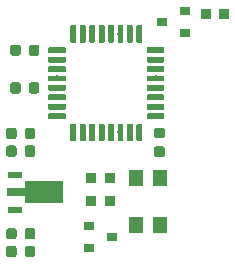
<source format=gbr>
G04 #@! TF.GenerationSoftware,KiCad,Pcbnew,5.0.2-bee76a0~70~ubuntu18.04.1*
G04 #@! TF.CreationDate,2019-07-19T10:46:57+02:00*
G04 #@! TF.ProjectId,AutoGardener_Outdoor,4175746f-4761-4726-9465-6e65725f4f75,rev?*
G04 #@! TF.SameCoordinates,Original*
G04 #@! TF.FileFunction,Paste,Top*
G04 #@! TF.FilePolarity,Positive*
%FSLAX46Y46*%
G04 Gerber Fmt 4.6, Leading zero omitted, Abs format (unit mm)*
G04 Created by KiCad (PCBNEW 5.0.2-bee76a0~70~ubuntu18.04.1) date Fri 19 Jul 2019 10:46:57 CEST*
%MOMM*%
%LPD*%
G01*
G04 APERTURE LIST*
%ADD10R,0.900000X0.800000*%
%ADD11R,1.150000X1.400000*%
%ADD12C,0.100000*%
%ADD13C,0.875000*%
%ADD14R,0.875000X0.950000*%
%ADD15C,0.500000*%
%ADD16R,1.300000X0.550000*%
%ADD17R,1.600000X0.800000*%
%ADD18R,3.200000X1.850000*%
G04 APERTURE END LIST*
D10*
G04 #@! TO.C,Q1*
X195200000Y-125800000D03*
X197200000Y-126750000D03*
X197200000Y-124850000D03*
G04 #@! TD*
D11*
G04 #@! TO.C,LD3*
X192975000Y-143000000D03*
X195025000Y-143000000D03*
G04 #@! TD*
G04 #@! TO.C,LD13*
X195025000Y-139000000D03*
X192975000Y-139000000D03*
G04 #@! TD*
D12*
G04 #@! TO.C,C1*
G36*
X184627691Y-127726053D02*
X184648926Y-127729203D01*
X184669750Y-127734419D01*
X184689962Y-127741651D01*
X184709368Y-127750830D01*
X184727781Y-127761866D01*
X184745024Y-127774654D01*
X184760930Y-127789070D01*
X184775346Y-127804976D01*
X184788134Y-127822219D01*
X184799170Y-127840632D01*
X184808349Y-127860038D01*
X184815581Y-127880250D01*
X184820797Y-127901074D01*
X184823947Y-127922309D01*
X184825000Y-127943750D01*
X184825000Y-128456250D01*
X184823947Y-128477691D01*
X184820797Y-128498926D01*
X184815581Y-128519750D01*
X184808349Y-128539962D01*
X184799170Y-128559368D01*
X184788134Y-128577781D01*
X184775346Y-128595024D01*
X184760930Y-128610930D01*
X184745024Y-128625346D01*
X184727781Y-128638134D01*
X184709368Y-128649170D01*
X184689962Y-128658349D01*
X184669750Y-128665581D01*
X184648926Y-128670797D01*
X184627691Y-128673947D01*
X184606250Y-128675000D01*
X184168750Y-128675000D01*
X184147309Y-128673947D01*
X184126074Y-128670797D01*
X184105250Y-128665581D01*
X184085038Y-128658349D01*
X184065632Y-128649170D01*
X184047219Y-128638134D01*
X184029976Y-128625346D01*
X184014070Y-128610930D01*
X183999654Y-128595024D01*
X183986866Y-128577781D01*
X183975830Y-128559368D01*
X183966651Y-128539962D01*
X183959419Y-128519750D01*
X183954203Y-128498926D01*
X183951053Y-128477691D01*
X183950000Y-128456250D01*
X183950000Y-127943750D01*
X183951053Y-127922309D01*
X183954203Y-127901074D01*
X183959419Y-127880250D01*
X183966651Y-127860038D01*
X183975830Y-127840632D01*
X183986866Y-127822219D01*
X183999654Y-127804976D01*
X184014070Y-127789070D01*
X184029976Y-127774654D01*
X184047219Y-127761866D01*
X184065632Y-127750830D01*
X184085038Y-127741651D01*
X184105250Y-127734419D01*
X184126074Y-127729203D01*
X184147309Y-127726053D01*
X184168750Y-127725000D01*
X184606250Y-127725000D01*
X184627691Y-127726053D01*
X184627691Y-127726053D01*
G37*
D13*
X184387500Y-128200000D03*
D12*
G36*
X183052691Y-127726053D02*
X183073926Y-127729203D01*
X183094750Y-127734419D01*
X183114962Y-127741651D01*
X183134368Y-127750830D01*
X183152781Y-127761866D01*
X183170024Y-127774654D01*
X183185930Y-127789070D01*
X183200346Y-127804976D01*
X183213134Y-127822219D01*
X183224170Y-127840632D01*
X183233349Y-127860038D01*
X183240581Y-127880250D01*
X183245797Y-127901074D01*
X183248947Y-127922309D01*
X183250000Y-127943750D01*
X183250000Y-128456250D01*
X183248947Y-128477691D01*
X183245797Y-128498926D01*
X183240581Y-128519750D01*
X183233349Y-128539962D01*
X183224170Y-128559368D01*
X183213134Y-128577781D01*
X183200346Y-128595024D01*
X183185930Y-128610930D01*
X183170024Y-128625346D01*
X183152781Y-128638134D01*
X183134368Y-128649170D01*
X183114962Y-128658349D01*
X183094750Y-128665581D01*
X183073926Y-128670797D01*
X183052691Y-128673947D01*
X183031250Y-128675000D01*
X182593750Y-128675000D01*
X182572309Y-128673947D01*
X182551074Y-128670797D01*
X182530250Y-128665581D01*
X182510038Y-128658349D01*
X182490632Y-128649170D01*
X182472219Y-128638134D01*
X182454976Y-128625346D01*
X182439070Y-128610930D01*
X182424654Y-128595024D01*
X182411866Y-128577781D01*
X182400830Y-128559368D01*
X182391651Y-128539962D01*
X182384419Y-128519750D01*
X182379203Y-128498926D01*
X182376053Y-128477691D01*
X182375000Y-128456250D01*
X182375000Y-127943750D01*
X182376053Y-127922309D01*
X182379203Y-127901074D01*
X182384419Y-127880250D01*
X182391651Y-127860038D01*
X182400830Y-127840632D01*
X182411866Y-127822219D01*
X182424654Y-127804976D01*
X182439070Y-127789070D01*
X182454976Y-127774654D01*
X182472219Y-127761866D01*
X182490632Y-127750830D01*
X182510038Y-127741651D01*
X182530250Y-127734419D01*
X182551074Y-127729203D01*
X182572309Y-127726053D01*
X182593750Y-127725000D01*
X183031250Y-127725000D01*
X183052691Y-127726053D01*
X183052691Y-127726053D01*
G37*
D13*
X182812500Y-128200000D03*
G04 #@! TD*
D12*
G04 #@! TO.C,C2*
G36*
X183052691Y-130926053D02*
X183073926Y-130929203D01*
X183094750Y-130934419D01*
X183114962Y-130941651D01*
X183134368Y-130950830D01*
X183152781Y-130961866D01*
X183170024Y-130974654D01*
X183185930Y-130989070D01*
X183200346Y-131004976D01*
X183213134Y-131022219D01*
X183224170Y-131040632D01*
X183233349Y-131060038D01*
X183240581Y-131080250D01*
X183245797Y-131101074D01*
X183248947Y-131122309D01*
X183250000Y-131143750D01*
X183250000Y-131656250D01*
X183248947Y-131677691D01*
X183245797Y-131698926D01*
X183240581Y-131719750D01*
X183233349Y-131739962D01*
X183224170Y-131759368D01*
X183213134Y-131777781D01*
X183200346Y-131795024D01*
X183185930Y-131810930D01*
X183170024Y-131825346D01*
X183152781Y-131838134D01*
X183134368Y-131849170D01*
X183114962Y-131858349D01*
X183094750Y-131865581D01*
X183073926Y-131870797D01*
X183052691Y-131873947D01*
X183031250Y-131875000D01*
X182593750Y-131875000D01*
X182572309Y-131873947D01*
X182551074Y-131870797D01*
X182530250Y-131865581D01*
X182510038Y-131858349D01*
X182490632Y-131849170D01*
X182472219Y-131838134D01*
X182454976Y-131825346D01*
X182439070Y-131810930D01*
X182424654Y-131795024D01*
X182411866Y-131777781D01*
X182400830Y-131759368D01*
X182391651Y-131739962D01*
X182384419Y-131719750D01*
X182379203Y-131698926D01*
X182376053Y-131677691D01*
X182375000Y-131656250D01*
X182375000Y-131143750D01*
X182376053Y-131122309D01*
X182379203Y-131101074D01*
X182384419Y-131080250D01*
X182391651Y-131060038D01*
X182400830Y-131040632D01*
X182411866Y-131022219D01*
X182424654Y-131004976D01*
X182439070Y-130989070D01*
X182454976Y-130974654D01*
X182472219Y-130961866D01*
X182490632Y-130950830D01*
X182510038Y-130941651D01*
X182530250Y-130934419D01*
X182551074Y-130929203D01*
X182572309Y-130926053D01*
X182593750Y-130925000D01*
X183031250Y-130925000D01*
X183052691Y-130926053D01*
X183052691Y-130926053D01*
G37*
D13*
X182812500Y-131400000D03*
D12*
G36*
X184627691Y-130926053D02*
X184648926Y-130929203D01*
X184669750Y-130934419D01*
X184689962Y-130941651D01*
X184709368Y-130950830D01*
X184727781Y-130961866D01*
X184745024Y-130974654D01*
X184760930Y-130989070D01*
X184775346Y-131004976D01*
X184788134Y-131022219D01*
X184799170Y-131040632D01*
X184808349Y-131060038D01*
X184815581Y-131080250D01*
X184820797Y-131101074D01*
X184823947Y-131122309D01*
X184825000Y-131143750D01*
X184825000Y-131656250D01*
X184823947Y-131677691D01*
X184820797Y-131698926D01*
X184815581Y-131719750D01*
X184808349Y-131739962D01*
X184799170Y-131759368D01*
X184788134Y-131777781D01*
X184775346Y-131795024D01*
X184760930Y-131810930D01*
X184745024Y-131825346D01*
X184727781Y-131838134D01*
X184709368Y-131849170D01*
X184689962Y-131858349D01*
X184669750Y-131865581D01*
X184648926Y-131870797D01*
X184627691Y-131873947D01*
X184606250Y-131875000D01*
X184168750Y-131875000D01*
X184147309Y-131873947D01*
X184126074Y-131870797D01*
X184105250Y-131865581D01*
X184085038Y-131858349D01*
X184065632Y-131849170D01*
X184047219Y-131838134D01*
X184029976Y-131825346D01*
X184014070Y-131810930D01*
X183999654Y-131795024D01*
X183986866Y-131777781D01*
X183975830Y-131759368D01*
X183966651Y-131739962D01*
X183959419Y-131719750D01*
X183954203Y-131698926D01*
X183951053Y-131677691D01*
X183950000Y-131656250D01*
X183950000Y-131143750D01*
X183951053Y-131122309D01*
X183954203Y-131101074D01*
X183959419Y-131080250D01*
X183966651Y-131060038D01*
X183975830Y-131040632D01*
X183986866Y-131022219D01*
X183999654Y-131004976D01*
X184014070Y-130989070D01*
X184029976Y-130974654D01*
X184047219Y-130961866D01*
X184065632Y-130950830D01*
X184085038Y-130941651D01*
X184105250Y-130934419D01*
X184126074Y-130929203D01*
X184147309Y-130926053D01*
X184168750Y-130925000D01*
X184606250Y-130925000D01*
X184627691Y-130926053D01*
X184627691Y-130926053D01*
G37*
D13*
X184387500Y-131400000D03*
G04 #@! TD*
D12*
G04 #@! TO.C,C3*
G36*
X195277691Y-134776053D02*
X195298926Y-134779203D01*
X195319750Y-134784419D01*
X195339962Y-134791651D01*
X195359368Y-134800830D01*
X195377781Y-134811866D01*
X195395024Y-134824654D01*
X195410930Y-134839070D01*
X195425346Y-134854976D01*
X195438134Y-134872219D01*
X195449170Y-134890632D01*
X195458349Y-134910038D01*
X195465581Y-134930250D01*
X195470797Y-134951074D01*
X195473947Y-134972309D01*
X195475000Y-134993750D01*
X195475000Y-135431250D01*
X195473947Y-135452691D01*
X195470797Y-135473926D01*
X195465581Y-135494750D01*
X195458349Y-135514962D01*
X195449170Y-135534368D01*
X195438134Y-135552781D01*
X195425346Y-135570024D01*
X195410930Y-135585930D01*
X195395024Y-135600346D01*
X195377781Y-135613134D01*
X195359368Y-135624170D01*
X195339962Y-135633349D01*
X195319750Y-135640581D01*
X195298926Y-135645797D01*
X195277691Y-135648947D01*
X195256250Y-135650000D01*
X194743750Y-135650000D01*
X194722309Y-135648947D01*
X194701074Y-135645797D01*
X194680250Y-135640581D01*
X194660038Y-135633349D01*
X194640632Y-135624170D01*
X194622219Y-135613134D01*
X194604976Y-135600346D01*
X194589070Y-135585930D01*
X194574654Y-135570024D01*
X194561866Y-135552781D01*
X194550830Y-135534368D01*
X194541651Y-135514962D01*
X194534419Y-135494750D01*
X194529203Y-135473926D01*
X194526053Y-135452691D01*
X194525000Y-135431250D01*
X194525000Y-134993750D01*
X194526053Y-134972309D01*
X194529203Y-134951074D01*
X194534419Y-134930250D01*
X194541651Y-134910038D01*
X194550830Y-134890632D01*
X194561866Y-134872219D01*
X194574654Y-134854976D01*
X194589070Y-134839070D01*
X194604976Y-134824654D01*
X194622219Y-134811866D01*
X194640632Y-134800830D01*
X194660038Y-134791651D01*
X194680250Y-134784419D01*
X194701074Y-134779203D01*
X194722309Y-134776053D01*
X194743750Y-134775000D01*
X195256250Y-134775000D01*
X195277691Y-134776053D01*
X195277691Y-134776053D01*
G37*
D13*
X195000000Y-135212500D03*
D12*
G36*
X195277691Y-136351053D02*
X195298926Y-136354203D01*
X195319750Y-136359419D01*
X195339962Y-136366651D01*
X195359368Y-136375830D01*
X195377781Y-136386866D01*
X195395024Y-136399654D01*
X195410930Y-136414070D01*
X195425346Y-136429976D01*
X195438134Y-136447219D01*
X195449170Y-136465632D01*
X195458349Y-136485038D01*
X195465581Y-136505250D01*
X195470797Y-136526074D01*
X195473947Y-136547309D01*
X195475000Y-136568750D01*
X195475000Y-137006250D01*
X195473947Y-137027691D01*
X195470797Y-137048926D01*
X195465581Y-137069750D01*
X195458349Y-137089962D01*
X195449170Y-137109368D01*
X195438134Y-137127781D01*
X195425346Y-137145024D01*
X195410930Y-137160930D01*
X195395024Y-137175346D01*
X195377781Y-137188134D01*
X195359368Y-137199170D01*
X195339962Y-137208349D01*
X195319750Y-137215581D01*
X195298926Y-137220797D01*
X195277691Y-137223947D01*
X195256250Y-137225000D01*
X194743750Y-137225000D01*
X194722309Y-137223947D01*
X194701074Y-137220797D01*
X194680250Y-137215581D01*
X194660038Y-137208349D01*
X194640632Y-137199170D01*
X194622219Y-137188134D01*
X194604976Y-137175346D01*
X194589070Y-137160930D01*
X194574654Y-137145024D01*
X194561866Y-137127781D01*
X194550830Y-137109368D01*
X194541651Y-137089962D01*
X194534419Y-137069750D01*
X194529203Y-137048926D01*
X194526053Y-137027691D01*
X194525000Y-137006250D01*
X194525000Y-136568750D01*
X194526053Y-136547309D01*
X194529203Y-136526074D01*
X194534419Y-136505250D01*
X194541651Y-136485038D01*
X194550830Y-136465632D01*
X194561866Y-136447219D01*
X194574654Y-136429976D01*
X194589070Y-136414070D01*
X194604976Y-136399654D01*
X194622219Y-136386866D01*
X194640632Y-136375830D01*
X194660038Y-136366651D01*
X194680250Y-136359419D01*
X194701074Y-136354203D01*
X194722309Y-136351053D01*
X194743750Y-136350000D01*
X195256250Y-136350000D01*
X195277691Y-136351053D01*
X195277691Y-136351053D01*
G37*
D13*
X195000000Y-136787500D03*
G04 #@! TD*
D12*
G04 #@! TO.C,C4*
G36*
X182702691Y-144776053D02*
X182723926Y-144779203D01*
X182744750Y-144784419D01*
X182764962Y-144791651D01*
X182784368Y-144800830D01*
X182802781Y-144811866D01*
X182820024Y-144824654D01*
X182835930Y-144839070D01*
X182850346Y-144854976D01*
X182863134Y-144872219D01*
X182874170Y-144890632D01*
X182883349Y-144910038D01*
X182890581Y-144930250D01*
X182895797Y-144951074D01*
X182898947Y-144972309D01*
X182900000Y-144993750D01*
X182900000Y-145506250D01*
X182898947Y-145527691D01*
X182895797Y-145548926D01*
X182890581Y-145569750D01*
X182883349Y-145589962D01*
X182874170Y-145609368D01*
X182863134Y-145627781D01*
X182850346Y-145645024D01*
X182835930Y-145660930D01*
X182820024Y-145675346D01*
X182802781Y-145688134D01*
X182784368Y-145699170D01*
X182764962Y-145708349D01*
X182744750Y-145715581D01*
X182723926Y-145720797D01*
X182702691Y-145723947D01*
X182681250Y-145725000D01*
X182243750Y-145725000D01*
X182222309Y-145723947D01*
X182201074Y-145720797D01*
X182180250Y-145715581D01*
X182160038Y-145708349D01*
X182140632Y-145699170D01*
X182122219Y-145688134D01*
X182104976Y-145675346D01*
X182089070Y-145660930D01*
X182074654Y-145645024D01*
X182061866Y-145627781D01*
X182050830Y-145609368D01*
X182041651Y-145589962D01*
X182034419Y-145569750D01*
X182029203Y-145548926D01*
X182026053Y-145527691D01*
X182025000Y-145506250D01*
X182025000Y-144993750D01*
X182026053Y-144972309D01*
X182029203Y-144951074D01*
X182034419Y-144930250D01*
X182041651Y-144910038D01*
X182050830Y-144890632D01*
X182061866Y-144872219D01*
X182074654Y-144854976D01*
X182089070Y-144839070D01*
X182104976Y-144824654D01*
X182122219Y-144811866D01*
X182140632Y-144800830D01*
X182160038Y-144791651D01*
X182180250Y-144784419D01*
X182201074Y-144779203D01*
X182222309Y-144776053D01*
X182243750Y-144775000D01*
X182681250Y-144775000D01*
X182702691Y-144776053D01*
X182702691Y-144776053D01*
G37*
D13*
X182462500Y-145250000D03*
D12*
G36*
X184277691Y-144776053D02*
X184298926Y-144779203D01*
X184319750Y-144784419D01*
X184339962Y-144791651D01*
X184359368Y-144800830D01*
X184377781Y-144811866D01*
X184395024Y-144824654D01*
X184410930Y-144839070D01*
X184425346Y-144854976D01*
X184438134Y-144872219D01*
X184449170Y-144890632D01*
X184458349Y-144910038D01*
X184465581Y-144930250D01*
X184470797Y-144951074D01*
X184473947Y-144972309D01*
X184475000Y-144993750D01*
X184475000Y-145506250D01*
X184473947Y-145527691D01*
X184470797Y-145548926D01*
X184465581Y-145569750D01*
X184458349Y-145589962D01*
X184449170Y-145609368D01*
X184438134Y-145627781D01*
X184425346Y-145645024D01*
X184410930Y-145660930D01*
X184395024Y-145675346D01*
X184377781Y-145688134D01*
X184359368Y-145699170D01*
X184339962Y-145708349D01*
X184319750Y-145715581D01*
X184298926Y-145720797D01*
X184277691Y-145723947D01*
X184256250Y-145725000D01*
X183818750Y-145725000D01*
X183797309Y-145723947D01*
X183776074Y-145720797D01*
X183755250Y-145715581D01*
X183735038Y-145708349D01*
X183715632Y-145699170D01*
X183697219Y-145688134D01*
X183679976Y-145675346D01*
X183664070Y-145660930D01*
X183649654Y-145645024D01*
X183636866Y-145627781D01*
X183625830Y-145609368D01*
X183616651Y-145589962D01*
X183609419Y-145569750D01*
X183604203Y-145548926D01*
X183601053Y-145527691D01*
X183600000Y-145506250D01*
X183600000Y-144993750D01*
X183601053Y-144972309D01*
X183604203Y-144951074D01*
X183609419Y-144930250D01*
X183616651Y-144910038D01*
X183625830Y-144890632D01*
X183636866Y-144872219D01*
X183649654Y-144854976D01*
X183664070Y-144839070D01*
X183679976Y-144824654D01*
X183697219Y-144811866D01*
X183715632Y-144800830D01*
X183735038Y-144791651D01*
X183755250Y-144784419D01*
X183776074Y-144779203D01*
X183797309Y-144776053D01*
X183818750Y-144775000D01*
X184256250Y-144775000D01*
X184277691Y-144776053D01*
X184277691Y-144776053D01*
G37*
D13*
X184037500Y-145250000D03*
G04 #@! TD*
D12*
G04 #@! TO.C,C5*
G36*
X184277691Y-143276053D02*
X184298926Y-143279203D01*
X184319750Y-143284419D01*
X184339962Y-143291651D01*
X184359368Y-143300830D01*
X184377781Y-143311866D01*
X184395024Y-143324654D01*
X184410930Y-143339070D01*
X184425346Y-143354976D01*
X184438134Y-143372219D01*
X184449170Y-143390632D01*
X184458349Y-143410038D01*
X184465581Y-143430250D01*
X184470797Y-143451074D01*
X184473947Y-143472309D01*
X184475000Y-143493750D01*
X184475000Y-144006250D01*
X184473947Y-144027691D01*
X184470797Y-144048926D01*
X184465581Y-144069750D01*
X184458349Y-144089962D01*
X184449170Y-144109368D01*
X184438134Y-144127781D01*
X184425346Y-144145024D01*
X184410930Y-144160930D01*
X184395024Y-144175346D01*
X184377781Y-144188134D01*
X184359368Y-144199170D01*
X184339962Y-144208349D01*
X184319750Y-144215581D01*
X184298926Y-144220797D01*
X184277691Y-144223947D01*
X184256250Y-144225000D01*
X183818750Y-144225000D01*
X183797309Y-144223947D01*
X183776074Y-144220797D01*
X183755250Y-144215581D01*
X183735038Y-144208349D01*
X183715632Y-144199170D01*
X183697219Y-144188134D01*
X183679976Y-144175346D01*
X183664070Y-144160930D01*
X183649654Y-144145024D01*
X183636866Y-144127781D01*
X183625830Y-144109368D01*
X183616651Y-144089962D01*
X183609419Y-144069750D01*
X183604203Y-144048926D01*
X183601053Y-144027691D01*
X183600000Y-144006250D01*
X183600000Y-143493750D01*
X183601053Y-143472309D01*
X183604203Y-143451074D01*
X183609419Y-143430250D01*
X183616651Y-143410038D01*
X183625830Y-143390632D01*
X183636866Y-143372219D01*
X183649654Y-143354976D01*
X183664070Y-143339070D01*
X183679976Y-143324654D01*
X183697219Y-143311866D01*
X183715632Y-143300830D01*
X183735038Y-143291651D01*
X183755250Y-143284419D01*
X183776074Y-143279203D01*
X183797309Y-143276053D01*
X183818750Y-143275000D01*
X184256250Y-143275000D01*
X184277691Y-143276053D01*
X184277691Y-143276053D01*
G37*
D13*
X184037500Y-143750000D03*
D12*
G36*
X182702691Y-143276053D02*
X182723926Y-143279203D01*
X182744750Y-143284419D01*
X182764962Y-143291651D01*
X182784368Y-143300830D01*
X182802781Y-143311866D01*
X182820024Y-143324654D01*
X182835930Y-143339070D01*
X182850346Y-143354976D01*
X182863134Y-143372219D01*
X182874170Y-143390632D01*
X182883349Y-143410038D01*
X182890581Y-143430250D01*
X182895797Y-143451074D01*
X182898947Y-143472309D01*
X182900000Y-143493750D01*
X182900000Y-144006250D01*
X182898947Y-144027691D01*
X182895797Y-144048926D01*
X182890581Y-144069750D01*
X182883349Y-144089962D01*
X182874170Y-144109368D01*
X182863134Y-144127781D01*
X182850346Y-144145024D01*
X182835930Y-144160930D01*
X182820024Y-144175346D01*
X182802781Y-144188134D01*
X182784368Y-144199170D01*
X182764962Y-144208349D01*
X182744750Y-144215581D01*
X182723926Y-144220797D01*
X182702691Y-144223947D01*
X182681250Y-144225000D01*
X182243750Y-144225000D01*
X182222309Y-144223947D01*
X182201074Y-144220797D01*
X182180250Y-144215581D01*
X182160038Y-144208349D01*
X182140632Y-144199170D01*
X182122219Y-144188134D01*
X182104976Y-144175346D01*
X182089070Y-144160930D01*
X182074654Y-144145024D01*
X182061866Y-144127781D01*
X182050830Y-144109368D01*
X182041651Y-144089962D01*
X182034419Y-144069750D01*
X182029203Y-144048926D01*
X182026053Y-144027691D01*
X182025000Y-144006250D01*
X182025000Y-143493750D01*
X182026053Y-143472309D01*
X182029203Y-143451074D01*
X182034419Y-143430250D01*
X182041651Y-143410038D01*
X182050830Y-143390632D01*
X182061866Y-143372219D01*
X182074654Y-143354976D01*
X182089070Y-143339070D01*
X182104976Y-143324654D01*
X182122219Y-143311866D01*
X182140632Y-143300830D01*
X182160038Y-143291651D01*
X182180250Y-143284419D01*
X182201074Y-143279203D01*
X182222309Y-143276053D01*
X182243750Y-143275000D01*
X182681250Y-143275000D01*
X182702691Y-143276053D01*
X182702691Y-143276053D01*
G37*
D13*
X182462500Y-143750000D03*
G04 #@! TD*
D12*
G04 #@! TO.C,C7*
G36*
X182702691Y-136276053D02*
X182723926Y-136279203D01*
X182744750Y-136284419D01*
X182764962Y-136291651D01*
X182784368Y-136300830D01*
X182802781Y-136311866D01*
X182820024Y-136324654D01*
X182835930Y-136339070D01*
X182850346Y-136354976D01*
X182863134Y-136372219D01*
X182874170Y-136390632D01*
X182883349Y-136410038D01*
X182890581Y-136430250D01*
X182895797Y-136451074D01*
X182898947Y-136472309D01*
X182900000Y-136493750D01*
X182900000Y-137006250D01*
X182898947Y-137027691D01*
X182895797Y-137048926D01*
X182890581Y-137069750D01*
X182883349Y-137089962D01*
X182874170Y-137109368D01*
X182863134Y-137127781D01*
X182850346Y-137145024D01*
X182835930Y-137160930D01*
X182820024Y-137175346D01*
X182802781Y-137188134D01*
X182784368Y-137199170D01*
X182764962Y-137208349D01*
X182744750Y-137215581D01*
X182723926Y-137220797D01*
X182702691Y-137223947D01*
X182681250Y-137225000D01*
X182243750Y-137225000D01*
X182222309Y-137223947D01*
X182201074Y-137220797D01*
X182180250Y-137215581D01*
X182160038Y-137208349D01*
X182140632Y-137199170D01*
X182122219Y-137188134D01*
X182104976Y-137175346D01*
X182089070Y-137160930D01*
X182074654Y-137145024D01*
X182061866Y-137127781D01*
X182050830Y-137109368D01*
X182041651Y-137089962D01*
X182034419Y-137069750D01*
X182029203Y-137048926D01*
X182026053Y-137027691D01*
X182025000Y-137006250D01*
X182025000Y-136493750D01*
X182026053Y-136472309D01*
X182029203Y-136451074D01*
X182034419Y-136430250D01*
X182041651Y-136410038D01*
X182050830Y-136390632D01*
X182061866Y-136372219D01*
X182074654Y-136354976D01*
X182089070Y-136339070D01*
X182104976Y-136324654D01*
X182122219Y-136311866D01*
X182140632Y-136300830D01*
X182160038Y-136291651D01*
X182180250Y-136284419D01*
X182201074Y-136279203D01*
X182222309Y-136276053D01*
X182243750Y-136275000D01*
X182681250Y-136275000D01*
X182702691Y-136276053D01*
X182702691Y-136276053D01*
G37*
D13*
X182462500Y-136750000D03*
D12*
G36*
X184277691Y-136276053D02*
X184298926Y-136279203D01*
X184319750Y-136284419D01*
X184339962Y-136291651D01*
X184359368Y-136300830D01*
X184377781Y-136311866D01*
X184395024Y-136324654D01*
X184410930Y-136339070D01*
X184425346Y-136354976D01*
X184438134Y-136372219D01*
X184449170Y-136390632D01*
X184458349Y-136410038D01*
X184465581Y-136430250D01*
X184470797Y-136451074D01*
X184473947Y-136472309D01*
X184475000Y-136493750D01*
X184475000Y-137006250D01*
X184473947Y-137027691D01*
X184470797Y-137048926D01*
X184465581Y-137069750D01*
X184458349Y-137089962D01*
X184449170Y-137109368D01*
X184438134Y-137127781D01*
X184425346Y-137145024D01*
X184410930Y-137160930D01*
X184395024Y-137175346D01*
X184377781Y-137188134D01*
X184359368Y-137199170D01*
X184339962Y-137208349D01*
X184319750Y-137215581D01*
X184298926Y-137220797D01*
X184277691Y-137223947D01*
X184256250Y-137225000D01*
X183818750Y-137225000D01*
X183797309Y-137223947D01*
X183776074Y-137220797D01*
X183755250Y-137215581D01*
X183735038Y-137208349D01*
X183715632Y-137199170D01*
X183697219Y-137188134D01*
X183679976Y-137175346D01*
X183664070Y-137160930D01*
X183649654Y-137145024D01*
X183636866Y-137127781D01*
X183625830Y-137109368D01*
X183616651Y-137089962D01*
X183609419Y-137069750D01*
X183604203Y-137048926D01*
X183601053Y-137027691D01*
X183600000Y-137006250D01*
X183600000Y-136493750D01*
X183601053Y-136472309D01*
X183604203Y-136451074D01*
X183609419Y-136430250D01*
X183616651Y-136410038D01*
X183625830Y-136390632D01*
X183636866Y-136372219D01*
X183649654Y-136354976D01*
X183664070Y-136339070D01*
X183679976Y-136324654D01*
X183697219Y-136311866D01*
X183715632Y-136300830D01*
X183735038Y-136291651D01*
X183755250Y-136284419D01*
X183776074Y-136279203D01*
X183797309Y-136276053D01*
X183818750Y-136275000D01*
X184256250Y-136275000D01*
X184277691Y-136276053D01*
X184277691Y-136276053D01*
G37*
D13*
X184037500Y-136750000D03*
G04 #@! TD*
D12*
G04 #@! TO.C,C6*
G36*
X184277691Y-134776053D02*
X184298926Y-134779203D01*
X184319750Y-134784419D01*
X184339962Y-134791651D01*
X184359368Y-134800830D01*
X184377781Y-134811866D01*
X184395024Y-134824654D01*
X184410930Y-134839070D01*
X184425346Y-134854976D01*
X184438134Y-134872219D01*
X184449170Y-134890632D01*
X184458349Y-134910038D01*
X184465581Y-134930250D01*
X184470797Y-134951074D01*
X184473947Y-134972309D01*
X184475000Y-134993750D01*
X184475000Y-135506250D01*
X184473947Y-135527691D01*
X184470797Y-135548926D01*
X184465581Y-135569750D01*
X184458349Y-135589962D01*
X184449170Y-135609368D01*
X184438134Y-135627781D01*
X184425346Y-135645024D01*
X184410930Y-135660930D01*
X184395024Y-135675346D01*
X184377781Y-135688134D01*
X184359368Y-135699170D01*
X184339962Y-135708349D01*
X184319750Y-135715581D01*
X184298926Y-135720797D01*
X184277691Y-135723947D01*
X184256250Y-135725000D01*
X183818750Y-135725000D01*
X183797309Y-135723947D01*
X183776074Y-135720797D01*
X183755250Y-135715581D01*
X183735038Y-135708349D01*
X183715632Y-135699170D01*
X183697219Y-135688134D01*
X183679976Y-135675346D01*
X183664070Y-135660930D01*
X183649654Y-135645024D01*
X183636866Y-135627781D01*
X183625830Y-135609368D01*
X183616651Y-135589962D01*
X183609419Y-135569750D01*
X183604203Y-135548926D01*
X183601053Y-135527691D01*
X183600000Y-135506250D01*
X183600000Y-134993750D01*
X183601053Y-134972309D01*
X183604203Y-134951074D01*
X183609419Y-134930250D01*
X183616651Y-134910038D01*
X183625830Y-134890632D01*
X183636866Y-134872219D01*
X183649654Y-134854976D01*
X183664070Y-134839070D01*
X183679976Y-134824654D01*
X183697219Y-134811866D01*
X183715632Y-134800830D01*
X183735038Y-134791651D01*
X183755250Y-134784419D01*
X183776074Y-134779203D01*
X183797309Y-134776053D01*
X183818750Y-134775000D01*
X184256250Y-134775000D01*
X184277691Y-134776053D01*
X184277691Y-134776053D01*
G37*
D13*
X184037500Y-135250000D03*
D12*
G36*
X182702691Y-134776053D02*
X182723926Y-134779203D01*
X182744750Y-134784419D01*
X182764962Y-134791651D01*
X182784368Y-134800830D01*
X182802781Y-134811866D01*
X182820024Y-134824654D01*
X182835930Y-134839070D01*
X182850346Y-134854976D01*
X182863134Y-134872219D01*
X182874170Y-134890632D01*
X182883349Y-134910038D01*
X182890581Y-134930250D01*
X182895797Y-134951074D01*
X182898947Y-134972309D01*
X182900000Y-134993750D01*
X182900000Y-135506250D01*
X182898947Y-135527691D01*
X182895797Y-135548926D01*
X182890581Y-135569750D01*
X182883349Y-135589962D01*
X182874170Y-135609368D01*
X182863134Y-135627781D01*
X182850346Y-135645024D01*
X182835930Y-135660930D01*
X182820024Y-135675346D01*
X182802781Y-135688134D01*
X182784368Y-135699170D01*
X182764962Y-135708349D01*
X182744750Y-135715581D01*
X182723926Y-135720797D01*
X182702691Y-135723947D01*
X182681250Y-135725000D01*
X182243750Y-135725000D01*
X182222309Y-135723947D01*
X182201074Y-135720797D01*
X182180250Y-135715581D01*
X182160038Y-135708349D01*
X182140632Y-135699170D01*
X182122219Y-135688134D01*
X182104976Y-135675346D01*
X182089070Y-135660930D01*
X182074654Y-135645024D01*
X182061866Y-135627781D01*
X182050830Y-135609368D01*
X182041651Y-135589962D01*
X182034419Y-135569750D01*
X182029203Y-135548926D01*
X182026053Y-135527691D01*
X182025000Y-135506250D01*
X182025000Y-134993750D01*
X182026053Y-134972309D01*
X182029203Y-134951074D01*
X182034419Y-134930250D01*
X182041651Y-134910038D01*
X182050830Y-134890632D01*
X182061866Y-134872219D01*
X182074654Y-134854976D01*
X182089070Y-134839070D01*
X182104976Y-134824654D01*
X182122219Y-134811866D01*
X182140632Y-134800830D01*
X182160038Y-134791651D01*
X182180250Y-134784419D01*
X182201074Y-134779203D01*
X182222309Y-134776053D01*
X182243750Y-134775000D01*
X182681250Y-134775000D01*
X182702691Y-134776053D01*
X182702691Y-134776053D01*
G37*
D13*
X182462500Y-135250000D03*
G04 #@! TD*
D14*
G04 #@! TO.C,R1*
X200487500Y-125100000D03*
X198912500Y-125100000D03*
G04 #@! TD*
G04 #@! TO.C,R2*
X189212500Y-139000000D03*
X190787500Y-139000000D03*
G04 #@! TD*
G04 #@! TO.C,R3*
X190787500Y-141000000D03*
X189212500Y-141000000D03*
G04 #@! TD*
D12*
G04 #@! TO.C,U1*
G36*
X186962252Y-127950602D02*
X186974386Y-127952402D01*
X186986286Y-127955382D01*
X186997835Y-127959515D01*
X187008925Y-127964760D01*
X187019446Y-127971066D01*
X187029299Y-127978374D01*
X187038388Y-127986612D01*
X187046626Y-127995701D01*
X187053934Y-128005554D01*
X187060240Y-128016075D01*
X187065485Y-128027165D01*
X187069618Y-128038714D01*
X187072598Y-128050614D01*
X187074398Y-128062748D01*
X187075000Y-128075000D01*
X187075000Y-128325000D01*
X187074398Y-128337252D01*
X187072598Y-128349386D01*
X187069618Y-128361286D01*
X187065485Y-128372835D01*
X187060240Y-128383925D01*
X187053934Y-128394446D01*
X187046626Y-128404299D01*
X187038388Y-128413388D01*
X187029299Y-128421626D01*
X187019446Y-128428934D01*
X187008925Y-128435240D01*
X186997835Y-128440485D01*
X186986286Y-128444618D01*
X186974386Y-128447598D01*
X186962252Y-128449398D01*
X186950000Y-128450000D01*
X185700000Y-128450000D01*
X185687748Y-128449398D01*
X185675614Y-128447598D01*
X185663714Y-128444618D01*
X185652165Y-128440485D01*
X185641075Y-128435240D01*
X185630554Y-128428934D01*
X185620701Y-128421626D01*
X185611612Y-128413388D01*
X185603374Y-128404299D01*
X185596066Y-128394446D01*
X185589760Y-128383925D01*
X185584515Y-128372835D01*
X185580382Y-128361286D01*
X185577402Y-128349386D01*
X185575602Y-128337252D01*
X185575000Y-128325000D01*
X185575000Y-128075000D01*
X185575602Y-128062748D01*
X185577402Y-128050614D01*
X185580382Y-128038714D01*
X185584515Y-128027165D01*
X185589760Y-128016075D01*
X185596066Y-128005554D01*
X185603374Y-127995701D01*
X185611612Y-127986612D01*
X185620701Y-127978374D01*
X185630554Y-127971066D01*
X185641075Y-127964760D01*
X185652165Y-127959515D01*
X185663714Y-127955382D01*
X185675614Y-127952402D01*
X185687748Y-127950602D01*
X185700000Y-127950000D01*
X186950000Y-127950000D01*
X186962252Y-127950602D01*
X186962252Y-127950602D01*
G37*
D15*
X186325000Y-128200000D03*
D12*
G36*
X186962252Y-128750602D02*
X186974386Y-128752402D01*
X186986286Y-128755382D01*
X186997835Y-128759515D01*
X187008925Y-128764760D01*
X187019446Y-128771066D01*
X187029299Y-128778374D01*
X187038388Y-128786612D01*
X187046626Y-128795701D01*
X187053934Y-128805554D01*
X187060240Y-128816075D01*
X187065485Y-128827165D01*
X187069618Y-128838714D01*
X187072598Y-128850614D01*
X187074398Y-128862748D01*
X187075000Y-128875000D01*
X187075000Y-129125000D01*
X187074398Y-129137252D01*
X187072598Y-129149386D01*
X187069618Y-129161286D01*
X187065485Y-129172835D01*
X187060240Y-129183925D01*
X187053934Y-129194446D01*
X187046626Y-129204299D01*
X187038388Y-129213388D01*
X187029299Y-129221626D01*
X187019446Y-129228934D01*
X187008925Y-129235240D01*
X186997835Y-129240485D01*
X186986286Y-129244618D01*
X186974386Y-129247598D01*
X186962252Y-129249398D01*
X186950000Y-129250000D01*
X185700000Y-129250000D01*
X185687748Y-129249398D01*
X185675614Y-129247598D01*
X185663714Y-129244618D01*
X185652165Y-129240485D01*
X185641075Y-129235240D01*
X185630554Y-129228934D01*
X185620701Y-129221626D01*
X185611612Y-129213388D01*
X185603374Y-129204299D01*
X185596066Y-129194446D01*
X185589760Y-129183925D01*
X185584515Y-129172835D01*
X185580382Y-129161286D01*
X185577402Y-129149386D01*
X185575602Y-129137252D01*
X185575000Y-129125000D01*
X185575000Y-128875000D01*
X185575602Y-128862748D01*
X185577402Y-128850614D01*
X185580382Y-128838714D01*
X185584515Y-128827165D01*
X185589760Y-128816075D01*
X185596066Y-128805554D01*
X185603374Y-128795701D01*
X185611612Y-128786612D01*
X185620701Y-128778374D01*
X185630554Y-128771066D01*
X185641075Y-128764760D01*
X185652165Y-128759515D01*
X185663714Y-128755382D01*
X185675614Y-128752402D01*
X185687748Y-128750602D01*
X185700000Y-128750000D01*
X186950000Y-128750000D01*
X186962252Y-128750602D01*
X186962252Y-128750602D01*
G37*
D15*
X186325000Y-129000000D03*
D12*
G36*
X186962252Y-129550602D02*
X186974386Y-129552402D01*
X186986286Y-129555382D01*
X186997835Y-129559515D01*
X187008925Y-129564760D01*
X187019446Y-129571066D01*
X187029299Y-129578374D01*
X187038388Y-129586612D01*
X187046626Y-129595701D01*
X187053934Y-129605554D01*
X187060240Y-129616075D01*
X187065485Y-129627165D01*
X187069618Y-129638714D01*
X187072598Y-129650614D01*
X187074398Y-129662748D01*
X187075000Y-129675000D01*
X187075000Y-129925000D01*
X187074398Y-129937252D01*
X187072598Y-129949386D01*
X187069618Y-129961286D01*
X187065485Y-129972835D01*
X187060240Y-129983925D01*
X187053934Y-129994446D01*
X187046626Y-130004299D01*
X187038388Y-130013388D01*
X187029299Y-130021626D01*
X187019446Y-130028934D01*
X187008925Y-130035240D01*
X186997835Y-130040485D01*
X186986286Y-130044618D01*
X186974386Y-130047598D01*
X186962252Y-130049398D01*
X186950000Y-130050000D01*
X185700000Y-130050000D01*
X185687748Y-130049398D01*
X185675614Y-130047598D01*
X185663714Y-130044618D01*
X185652165Y-130040485D01*
X185641075Y-130035240D01*
X185630554Y-130028934D01*
X185620701Y-130021626D01*
X185611612Y-130013388D01*
X185603374Y-130004299D01*
X185596066Y-129994446D01*
X185589760Y-129983925D01*
X185584515Y-129972835D01*
X185580382Y-129961286D01*
X185577402Y-129949386D01*
X185575602Y-129937252D01*
X185575000Y-129925000D01*
X185575000Y-129675000D01*
X185575602Y-129662748D01*
X185577402Y-129650614D01*
X185580382Y-129638714D01*
X185584515Y-129627165D01*
X185589760Y-129616075D01*
X185596066Y-129605554D01*
X185603374Y-129595701D01*
X185611612Y-129586612D01*
X185620701Y-129578374D01*
X185630554Y-129571066D01*
X185641075Y-129564760D01*
X185652165Y-129559515D01*
X185663714Y-129555382D01*
X185675614Y-129552402D01*
X185687748Y-129550602D01*
X185700000Y-129550000D01*
X186950000Y-129550000D01*
X186962252Y-129550602D01*
X186962252Y-129550602D01*
G37*
D15*
X186325000Y-129800000D03*
D12*
G36*
X186962252Y-130350602D02*
X186974386Y-130352402D01*
X186986286Y-130355382D01*
X186997835Y-130359515D01*
X187008925Y-130364760D01*
X187019446Y-130371066D01*
X187029299Y-130378374D01*
X187038388Y-130386612D01*
X187046626Y-130395701D01*
X187053934Y-130405554D01*
X187060240Y-130416075D01*
X187065485Y-130427165D01*
X187069618Y-130438714D01*
X187072598Y-130450614D01*
X187074398Y-130462748D01*
X187075000Y-130475000D01*
X187075000Y-130725000D01*
X187074398Y-130737252D01*
X187072598Y-130749386D01*
X187069618Y-130761286D01*
X187065485Y-130772835D01*
X187060240Y-130783925D01*
X187053934Y-130794446D01*
X187046626Y-130804299D01*
X187038388Y-130813388D01*
X187029299Y-130821626D01*
X187019446Y-130828934D01*
X187008925Y-130835240D01*
X186997835Y-130840485D01*
X186986286Y-130844618D01*
X186974386Y-130847598D01*
X186962252Y-130849398D01*
X186950000Y-130850000D01*
X185700000Y-130850000D01*
X185687748Y-130849398D01*
X185675614Y-130847598D01*
X185663714Y-130844618D01*
X185652165Y-130840485D01*
X185641075Y-130835240D01*
X185630554Y-130828934D01*
X185620701Y-130821626D01*
X185611612Y-130813388D01*
X185603374Y-130804299D01*
X185596066Y-130794446D01*
X185589760Y-130783925D01*
X185584515Y-130772835D01*
X185580382Y-130761286D01*
X185577402Y-130749386D01*
X185575602Y-130737252D01*
X185575000Y-130725000D01*
X185575000Y-130475000D01*
X185575602Y-130462748D01*
X185577402Y-130450614D01*
X185580382Y-130438714D01*
X185584515Y-130427165D01*
X185589760Y-130416075D01*
X185596066Y-130405554D01*
X185603374Y-130395701D01*
X185611612Y-130386612D01*
X185620701Y-130378374D01*
X185630554Y-130371066D01*
X185641075Y-130364760D01*
X185652165Y-130359515D01*
X185663714Y-130355382D01*
X185675614Y-130352402D01*
X185687748Y-130350602D01*
X185700000Y-130350000D01*
X186950000Y-130350000D01*
X186962252Y-130350602D01*
X186962252Y-130350602D01*
G37*
D15*
X186325000Y-130600000D03*
D12*
G36*
X186962252Y-131150602D02*
X186974386Y-131152402D01*
X186986286Y-131155382D01*
X186997835Y-131159515D01*
X187008925Y-131164760D01*
X187019446Y-131171066D01*
X187029299Y-131178374D01*
X187038388Y-131186612D01*
X187046626Y-131195701D01*
X187053934Y-131205554D01*
X187060240Y-131216075D01*
X187065485Y-131227165D01*
X187069618Y-131238714D01*
X187072598Y-131250614D01*
X187074398Y-131262748D01*
X187075000Y-131275000D01*
X187075000Y-131525000D01*
X187074398Y-131537252D01*
X187072598Y-131549386D01*
X187069618Y-131561286D01*
X187065485Y-131572835D01*
X187060240Y-131583925D01*
X187053934Y-131594446D01*
X187046626Y-131604299D01*
X187038388Y-131613388D01*
X187029299Y-131621626D01*
X187019446Y-131628934D01*
X187008925Y-131635240D01*
X186997835Y-131640485D01*
X186986286Y-131644618D01*
X186974386Y-131647598D01*
X186962252Y-131649398D01*
X186950000Y-131650000D01*
X185700000Y-131650000D01*
X185687748Y-131649398D01*
X185675614Y-131647598D01*
X185663714Y-131644618D01*
X185652165Y-131640485D01*
X185641075Y-131635240D01*
X185630554Y-131628934D01*
X185620701Y-131621626D01*
X185611612Y-131613388D01*
X185603374Y-131604299D01*
X185596066Y-131594446D01*
X185589760Y-131583925D01*
X185584515Y-131572835D01*
X185580382Y-131561286D01*
X185577402Y-131549386D01*
X185575602Y-131537252D01*
X185575000Y-131525000D01*
X185575000Y-131275000D01*
X185575602Y-131262748D01*
X185577402Y-131250614D01*
X185580382Y-131238714D01*
X185584515Y-131227165D01*
X185589760Y-131216075D01*
X185596066Y-131205554D01*
X185603374Y-131195701D01*
X185611612Y-131186612D01*
X185620701Y-131178374D01*
X185630554Y-131171066D01*
X185641075Y-131164760D01*
X185652165Y-131159515D01*
X185663714Y-131155382D01*
X185675614Y-131152402D01*
X185687748Y-131150602D01*
X185700000Y-131150000D01*
X186950000Y-131150000D01*
X186962252Y-131150602D01*
X186962252Y-131150602D01*
G37*
D15*
X186325000Y-131400000D03*
D12*
G36*
X186962252Y-131950602D02*
X186974386Y-131952402D01*
X186986286Y-131955382D01*
X186997835Y-131959515D01*
X187008925Y-131964760D01*
X187019446Y-131971066D01*
X187029299Y-131978374D01*
X187038388Y-131986612D01*
X187046626Y-131995701D01*
X187053934Y-132005554D01*
X187060240Y-132016075D01*
X187065485Y-132027165D01*
X187069618Y-132038714D01*
X187072598Y-132050614D01*
X187074398Y-132062748D01*
X187075000Y-132075000D01*
X187075000Y-132325000D01*
X187074398Y-132337252D01*
X187072598Y-132349386D01*
X187069618Y-132361286D01*
X187065485Y-132372835D01*
X187060240Y-132383925D01*
X187053934Y-132394446D01*
X187046626Y-132404299D01*
X187038388Y-132413388D01*
X187029299Y-132421626D01*
X187019446Y-132428934D01*
X187008925Y-132435240D01*
X186997835Y-132440485D01*
X186986286Y-132444618D01*
X186974386Y-132447598D01*
X186962252Y-132449398D01*
X186950000Y-132450000D01*
X185700000Y-132450000D01*
X185687748Y-132449398D01*
X185675614Y-132447598D01*
X185663714Y-132444618D01*
X185652165Y-132440485D01*
X185641075Y-132435240D01*
X185630554Y-132428934D01*
X185620701Y-132421626D01*
X185611612Y-132413388D01*
X185603374Y-132404299D01*
X185596066Y-132394446D01*
X185589760Y-132383925D01*
X185584515Y-132372835D01*
X185580382Y-132361286D01*
X185577402Y-132349386D01*
X185575602Y-132337252D01*
X185575000Y-132325000D01*
X185575000Y-132075000D01*
X185575602Y-132062748D01*
X185577402Y-132050614D01*
X185580382Y-132038714D01*
X185584515Y-132027165D01*
X185589760Y-132016075D01*
X185596066Y-132005554D01*
X185603374Y-131995701D01*
X185611612Y-131986612D01*
X185620701Y-131978374D01*
X185630554Y-131971066D01*
X185641075Y-131964760D01*
X185652165Y-131959515D01*
X185663714Y-131955382D01*
X185675614Y-131952402D01*
X185687748Y-131950602D01*
X185700000Y-131950000D01*
X186950000Y-131950000D01*
X186962252Y-131950602D01*
X186962252Y-131950602D01*
G37*
D15*
X186325000Y-132200000D03*
D12*
G36*
X186962252Y-132750602D02*
X186974386Y-132752402D01*
X186986286Y-132755382D01*
X186997835Y-132759515D01*
X187008925Y-132764760D01*
X187019446Y-132771066D01*
X187029299Y-132778374D01*
X187038388Y-132786612D01*
X187046626Y-132795701D01*
X187053934Y-132805554D01*
X187060240Y-132816075D01*
X187065485Y-132827165D01*
X187069618Y-132838714D01*
X187072598Y-132850614D01*
X187074398Y-132862748D01*
X187075000Y-132875000D01*
X187075000Y-133125000D01*
X187074398Y-133137252D01*
X187072598Y-133149386D01*
X187069618Y-133161286D01*
X187065485Y-133172835D01*
X187060240Y-133183925D01*
X187053934Y-133194446D01*
X187046626Y-133204299D01*
X187038388Y-133213388D01*
X187029299Y-133221626D01*
X187019446Y-133228934D01*
X187008925Y-133235240D01*
X186997835Y-133240485D01*
X186986286Y-133244618D01*
X186974386Y-133247598D01*
X186962252Y-133249398D01*
X186950000Y-133250000D01*
X185700000Y-133250000D01*
X185687748Y-133249398D01*
X185675614Y-133247598D01*
X185663714Y-133244618D01*
X185652165Y-133240485D01*
X185641075Y-133235240D01*
X185630554Y-133228934D01*
X185620701Y-133221626D01*
X185611612Y-133213388D01*
X185603374Y-133204299D01*
X185596066Y-133194446D01*
X185589760Y-133183925D01*
X185584515Y-133172835D01*
X185580382Y-133161286D01*
X185577402Y-133149386D01*
X185575602Y-133137252D01*
X185575000Y-133125000D01*
X185575000Y-132875000D01*
X185575602Y-132862748D01*
X185577402Y-132850614D01*
X185580382Y-132838714D01*
X185584515Y-132827165D01*
X185589760Y-132816075D01*
X185596066Y-132805554D01*
X185603374Y-132795701D01*
X185611612Y-132786612D01*
X185620701Y-132778374D01*
X185630554Y-132771066D01*
X185641075Y-132764760D01*
X185652165Y-132759515D01*
X185663714Y-132755382D01*
X185675614Y-132752402D01*
X185687748Y-132750602D01*
X185700000Y-132750000D01*
X186950000Y-132750000D01*
X186962252Y-132750602D01*
X186962252Y-132750602D01*
G37*
D15*
X186325000Y-133000000D03*
D12*
G36*
X186962252Y-133550602D02*
X186974386Y-133552402D01*
X186986286Y-133555382D01*
X186997835Y-133559515D01*
X187008925Y-133564760D01*
X187019446Y-133571066D01*
X187029299Y-133578374D01*
X187038388Y-133586612D01*
X187046626Y-133595701D01*
X187053934Y-133605554D01*
X187060240Y-133616075D01*
X187065485Y-133627165D01*
X187069618Y-133638714D01*
X187072598Y-133650614D01*
X187074398Y-133662748D01*
X187075000Y-133675000D01*
X187075000Y-133925000D01*
X187074398Y-133937252D01*
X187072598Y-133949386D01*
X187069618Y-133961286D01*
X187065485Y-133972835D01*
X187060240Y-133983925D01*
X187053934Y-133994446D01*
X187046626Y-134004299D01*
X187038388Y-134013388D01*
X187029299Y-134021626D01*
X187019446Y-134028934D01*
X187008925Y-134035240D01*
X186997835Y-134040485D01*
X186986286Y-134044618D01*
X186974386Y-134047598D01*
X186962252Y-134049398D01*
X186950000Y-134050000D01*
X185700000Y-134050000D01*
X185687748Y-134049398D01*
X185675614Y-134047598D01*
X185663714Y-134044618D01*
X185652165Y-134040485D01*
X185641075Y-134035240D01*
X185630554Y-134028934D01*
X185620701Y-134021626D01*
X185611612Y-134013388D01*
X185603374Y-134004299D01*
X185596066Y-133994446D01*
X185589760Y-133983925D01*
X185584515Y-133972835D01*
X185580382Y-133961286D01*
X185577402Y-133949386D01*
X185575602Y-133937252D01*
X185575000Y-133925000D01*
X185575000Y-133675000D01*
X185575602Y-133662748D01*
X185577402Y-133650614D01*
X185580382Y-133638714D01*
X185584515Y-133627165D01*
X185589760Y-133616075D01*
X185596066Y-133605554D01*
X185603374Y-133595701D01*
X185611612Y-133586612D01*
X185620701Y-133578374D01*
X185630554Y-133571066D01*
X185641075Y-133564760D01*
X185652165Y-133559515D01*
X185663714Y-133555382D01*
X185675614Y-133552402D01*
X185687748Y-133550602D01*
X185700000Y-133550000D01*
X186950000Y-133550000D01*
X186962252Y-133550602D01*
X186962252Y-133550602D01*
G37*
D15*
X186325000Y-133800000D03*
D12*
G36*
X187837252Y-134425602D02*
X187849386Y-134427402D01*
X187861286Y-134430382D01*
X187872835Y-134434515D01*
X187883925Y-134439760D01*
X187894446Y-134446066D01*
X187904299Y-134453374D01*
X187913388Y-134461612D01*
X187921626Y-134470701D01*
X187928934Y-134480554D01*
X187935240Y-134491075D01*
X187940485Y-134502165D01*
X187944618Y-134513714D01*
X187947598Y-134525614D01*
X187949398Y-134537748D01*
X187950000Y-134550000D01*
X187950000Y-135800000D01*
X187949398Y-135812252D01*
X187947598Y-135824386D01*
X187944618Y-135836286D01*
X187940485Y-135847835D01*
X187935240Y-135858925D01*
X187928934Y-135869446D01*
X187921626Y-135879299D01*
X187913388Y-135888388D01*
X187904299Y-135896626D01*
X187894446Y-135903934D01*
X187883925Y-135910240D01*
X187872835Y-135915485D01*
X187861286Y-135919618D01*
X187849386Y-135922598D01*
X187837252Y-135924398D01*
X187825000Y-135925000D01*
X187575000Y-135925000D01*
X187562748Y-135924398D01*
X187550614Y-135922598D01*
X187538714Y-135919618D01*
X187527165Y-135915485D01*
X187516075Y-135910240D01*
X187505554Y-135903934D01*
X187495701Y-135896626D01*
X187486612Y-135888388D01*
X187478374Y-135879299D01*
X187471066Y-135869446D01*
X187464760Y-135858925D01*
X187459515Y-135847835D01*
X187455382Y-135836286D01*
X187452402Y-135824386D01*
X187450602Y-135812252D01*
X187450000Y-135800000D01*
X187450000Y-134550000D01*
X187450602Y-134537748D01*
X187452402Y-134525614D01*
X187455382Y-134513714D01*
X187459515Y-134502165D01*
X187464760Y-134491075D01*
X187471066Y-134480554D01*
X187478374Y-134470701D01*
X187486612Y-134461612D01*
X187495701Y-134453374D01*
X187505554Y-134446066D01*
X187516075Y-134439760D01*
X187527165Y-134434515D01*
X187538714Y-134430382D01*
X187550614Y-134427402D01*
X187562748Y-134425602D01*
X187575000Y-134425000D01*
X187825000Y-134425000D01*
X187837252Y-134425602D01*
X187837252Y-134425602D01*
G37*
D15*
X187700000Y-135175000D03*
D12*
G36*
X188637252Y-134425602D02*
X188649386Y-134427402D01*
X188661286Y-134430382D01*
X188672835Y-134434515D01*
X188683925Y-134439760D01*
X188694446Y-134446066D01*
X188704299Y-134453374D01*
X188713388Y-134461612D01*
X188721626Y-134470701D01*
X188728934Y-134480554D01*
X188735240Y-134491075D01*
X188740485Y-134502165D01*
X188744618Y-134513714D01*
X188747598Y-134525614D01*
X188749398Y-134537748D01*
X188750000Y-134550000D01*
X188750000Y-135800000D01*
X188749398Y-135812252D01*
X188747598Y-135824386D01*
X188744618Y-135836286D01*
X188740485Y-135847835D01*
X188735240Y-135858925D01*
X188728934Y-135869446D01*
X188721626Y-135879299D01*
X188713388Y-135888388D01*
X188704299Y-135896626D01*
X188694446Y-135903934D01*
X188683925Y-135910240D01*
X188672835Y-135915485D01*
X188661286Y-135919618D01*
X188649386Y-135922598D01*
X188637252Y-135924398D01*
X188625000Y-135925000D01*
X188375000Y-135925000D01*
X188362748Y-135924398D01*
X188350614Y-135922598D01*
X188338714Y-135919618D01*
X188327165Y-135915485D01*
X188316075Y-135910240D01*
X188305554Y-135903934D01*
X188295701Y-135896626D01*
X188286612Y-135888388D01*
X188278374Y-135879299D01*
X188271066Y-135869446D01*
X188264760Y-135858925D01*
X188259515Y-135847835D01*
X188255382Y-135836286D01*
X188252402Y-135824386D01*
X188250602Y-135812252D01*
X188250000Y-135800000D01*
X188250000Y-134550000D01*
X188250602Y-134537748D01*
X188252402Y-134525614D01*
X188255382Y-134513714D01*
X188259515Y-134502165D01*
X188264760Y-134491075D01*
X188271066Y-134480554D01*
X188278374Y-134470701D01*
X188286612Y-134461612D01*
X188295701Y-134453374D01*
X188305554Y-134446066D01*
X188316075Y-134439760D01*
X188327165Y-134434515D01*
X188338714Y-134430382D01*
X188350614Y-134427402D01*
X188362748Y-134425602D01*
X188375000Y-134425000D01*
X188625000Y-134425000D01*
X188637252Y-134425602D01*
X188637252Y-134425602D01*
G37*
D15*
X188500000Y-135175000D03*
D12*
G36*
X189437252Y-134425602D02*
X189449386Y-134427402D01*
X189461286Y-134430382D01*
X189472835Y-134434515D01*
X189483925Y-134439760D01*
X189494446Y-134446066D01*
X189504299Y-134453374D01*
X189513388Y-134461612D01*
X189521626Y-134470701D01*
X189528934Y-134480554D01*
X189535240Y-134491075D01*
X189540485Y-134502165D01*
X189544618Y-134513714D01*
X189547598Y-134525614D01*
X189549398Y-134537748D01*
X189550000Y-134550000D01*
X189550000Y-135800000D01*
X189549398Y-135812252D01*
X189547598Y-135824386D01*
X189544618Y-135836286D01*
X189540485Y-135847835D01*
X189535240Y-135858925D01*
X189528934Y-135869446D01*
X189521626Y-135879299D01*
X189513388Y-135888388D01*
X189504299Y-135896626D01*
X189494446Y-135903934D01*
X189483925Y-135910240D01*
X189472835Y-135915485D01*
X189461286Y-135919618D01*
X189449386Y-135922598D01*
X189437252Y-135924398D01*
X189425000Y-135925000D01*
X189175000Y-135925000D01*
X189162748Y-135924398D01*
X189150614Y-135922598D01*
X189138714Y-135919618D01*
X189127165Y-135915485D01*
X189116075Y-135910240D01*
X189105554Y-135903934D01*
X189095701Y-135896626D01*
X189086612Y-135888388D01*
X189078374Y-135879299D01*
X189071066Y-135869446D01*
X189064760Y-135858925D01*
X189059515Y-135847835D01*
X189055382Y-135836286D01*
X189052402Y-135824386D01*
X189050602Y-135812252D01*
X189050000Y-135800000D01*
X189050000Y-134550000D01*
X189050602Y-134537748D01*
X189052402Y-134525614D01*
X189055382Y-134513714D01*
X189059515Y-134502165D01*
X189064760Y-134491075D01*
X189071066Y-134480554D01*
X189078374Y-134470701D01*
X189086612Y-134461612D01*
X189095701Y-134453374D01*
X189105554Y-134446066D01*
X189116075Y-134439760D01*
X189127165Y-134434515D01*
X189138714Y-134430382D01*
X189150614Y-134427402D01*
X189162748Y-134425602D01*
X189175000Y-134425000D01*
X189425000Y-134425000D01*
X189437252Y-134425602D01*
X189437252Y-134425602D01*
G37*
D15*
X189300000Y-135175000D03*
D12*
G36*
X190237252Y-134425602D02*
X190249386Y-134427402D01*
X190261286Y-134430382D01*
X190272835Y-134434515D01*
X190283925Y-134439760D01*
X190294446Y-134446066D01*
X190304299Y-134453374D01*
X190313388Y-134461612D01*
X190321626Y-134470701D01*
X190328934Y-134480554D01*
X190335240Y-134491075D01*
X190340485Y-134502165D01*
X190344618Y-134513714D01*
X190347598Y-134525614D01*
X190349398Y-134537748D01*
X190350000Y-134550000D01*
X190350000Y-135800000D01*
X190349398Y-135812252D01*
X190347598Y-135824386D01*
X190344618Y-135836286D01*
X190340485Y-135847835D01*
X190335240Y-135858925D01*
X190328934Y-135869446D01*
X190321626Y-135879299D01*
X190313388Y-135888388D01*
X190304299Y-135896626D01*
X190294446Y-135903934D01*
X190283925Y-135910240D01*
X190272835Y-135915485D01*
X190261286Y-135919618D01*
X190249386Y-135922598D01*
X190237252Y-135924398D01*
X190225000Y-135925000D01*
X189975000Y-135925000D01*
X189962748Y-135924398D01*
X189950614Y-135922598D01*
X189938714Y-135919618D01*
X189927165Y-135915485D01*
X189916075Y-135910240D01*
X189905554Y-135903934D01*
X189895701Y-135896626D01*
X189886612Y-135888388D01*
X189878374Y-135879299D01*
X189871066Y-135869446D01*
X189864760Y-135858925D01*
X189859515Y-135847835D01*
X189855382Y-135836286D01*
X189852402Y-135824386D01*
X189850602Y-135812252D01*
X189850000Y-135800000D01*
X189850000Y-134550000D01*
X189850602Y-134537748D01*
X189852402Y-134525614D01*
X189855382Y-134513714D01*
X189859515Y-134502165D01*
X189864760Y-134491075D01*
X189871066Y-134480554D01*
X189878374Y-134470701D01*
X189886612Y-134461612D01*
X189895701Y-134453374D01*
X189905554Y-134446066D01*
X189916075Y-134439760D01*
X189927165Y-134434515D01*
X189938714Y-134430382D01*
X189950614Y-134427402D01*
X189962748Y-134425602D01*
X189975000Y-134425000D01*
X190225000Y-134425000D01*
X190237252Y-134425602D01*
X190237252Y-134425602D01*
G37*
D15*
X190100000Y-135175000D03*
D12*
G36*
X191037252Y-134425602D02*
X191049386Y-134427402D01*
X191061286Y-134430382D01*
X191072835Y-134434515D01*
X191083925Y-134439760D01*
X191094446Y-134446066D01*
X191104299Y-134453374D01*
X191113388Y-134461612D01*
X191121626Y-134470701D01*
X191128934Y-134480554D01*
X191135240Y-134491075D01*
X191140485Y-134502165D01*
X191144618Y-134513714D01*
X191147598Y-134525614D01*
X191149398Y-134537748D01*
X191150000Y-134550000D01*
X191150000Y-135800000D01*
X191149398Y-135812252D01*
X191147598Y-135824386D01*
X191144618Y-135836286D01*
X191140485Y-135847835D01*
X191135240Y-135858925D01*
X191128934Y-135869446D01*
X191121626Y-135879299D01*
X191113388Y-135888388D01*
X191104299Y-135896626D01*
X191094446Y-135903934D01*
X191083925Y-135910240D01*
X191072835Y-135915485D01*
X191061286Y-135919618D01*
X191049386Y-135922598D01*
X191037252Y-135924398D01*
X191025000Y-135925000D01*
X190775000Y-135925000D01*
X190762748Y-135924398D01*
X190750614Y-135922598D01*
X190738714Y-135919618D01*
X190727165Y-135915485D01*
X190716075Y-135910240D01*
X190705554Y-135903934D01*
X190695701Y-135896626D01*
X190686612Y-135888388D01*
X190678374Y-135879299D01*
X190671066Y-135869446D01*
X190664760Y-135858925D01*
X190659515Y-135847835D01*
X190655382Y-135836286D01*
X190652402Y-135824386D01*
X190650602Y-135812252D01*
X190650000Y-135800000D01*
X190650000Y-134550000D01*
X190650602Y-134537748D01*
X190652402Y-134525614D01*
X190655382Y-134513714D01*
X190659515Y-134502165D01*
X190664760Y-134491075D01*
X190671066Y-134480554D01*
X190678374Y-134470701D01*
X190686612Y-134461612D01*
X190695701Y-134453374D01*
X190705554Y-134446066D01*
X190716075Y-134439760D01*
X190727165Y-134434515D01*
X190738714Y-134430382D01*
X190750614Y-134427402D01*
X190762748Y-134425602D01*
X190775000Y-134425000D01*
X191025000Y-134425000D01*
X191037252Y-134425602D01*
X191037252Y-134425602D01*
G37*
D15*
X190900000Y-135175000D03*
D12*
G36*
X191837252Y-134425602D02*
X191849386Y-134427402D01*
X191861286Y-134430382D01*
X191872835Y-134434515D01*
X191883925Y-134439760D01*
X191894446Y-134446066D01*
X191904299Y-134453374D01*
X191913388Y-134461612D01*
X191921626Y-134470701D01*
X191928934Y-134480554D01*
X191935240Y-134491075D01*
X191940485Y-134502165D01*
X191944618Y-134513714D01*
X191947598Y-134525614D01*
X191949398Y-134537748D01*
X191950000Y-134550000D01*
X191950000Y-135800000D01*
X191949398Y-135812252D01*
X191947598Y-135824386D01*
X191944618Y-135836286D01*
X191940485Y-135847835D01*
X191935240Y-135858925D01*
X191928934Y-135869446D01*
X191921626Y-135879299D01*
X191913388Y-135888388D01*
X191904299Y-135896626D01*
X191894446Y-135903934D01*
X191883925Y-135910240D01*
X191872835Y-135915485D01*
X191861286Y-135919618D01*
X191849386Y-135922598D01*
X191837252Y-135924398D01*
X191825000Y-135925000D01*
X191575000Y-135925000D01*
X191562748Y-135924398D01*
X191550614Y-135922598D01*
X191538714Y-135919618D01*
X191527165Y-135915485D01*
X191516075Y-135910240D01*
X191505554Y-135903934D01*
X191495701Y-135896626D01*
X191486612Y-135888388D01*
X191478374Y-135879299D01*
X191471066Y-135869446D01*
X191464760Y-135858925D01*
X191459515Y-135847835D01*
X191455382Y-135836286D01*
X191452402Y-135824386D01*
X191450602Y-135812252D01*
X191450000Y-135800000D01*
X191450000Y-134550000D01*
X191450602Y-134537748D01*
X191452402Y-134525614D01*
X191455382Y-134513714D01*
X191459515Y-134502165D01*
X191464760Y-134491075D01*
X191471066Y-134480554D01*
X191478374Y-134470701D01*
X191486612Y-134461612D01*
X191495701Y-134453374D01*
X191505554Y-134446066D01*
X191516075Y-134439760D01*
X191527165Y-134434515D01*
X191538714Y-134430382D01*
X191550614Y-134427402D01*
X191562748Y-134425602D01*
X191575000Y-134425000D01*
X191825000Y-134425000D01*
X191837252Y-134425602D01*
X191837252Y-134425602D01*
G37*
D15*
X191700000Y-135175000D03*
D12*
G36*
X192637252Y-134425602D02*
X192649386Y-134427402D01*
X192661286Y-134430382D01*
X192672835Y-134434515D01*
X192683925Y-134439760D01*
X192694446Y-134446066D01*
X192704299Y-134453374D01*
X192713388Y-134461612D01*
X192721626Y-134470701D01*
X192728934Y-134480554D01*
X192735240Y-134491075D01*
X192740485Y-134502165D01*
X192744618Y-134513714D01*
X192747598Y-134525614D01*
X192749398Y-134537748D01*
X192750000Y-134550000D01*
X192750000Y-135800000D01*
X192749398Y-135812252D01*
X192747598Y-135824386D01*
X192744618Y-135836286D01*
X192740485Y-135847835D01*
X192735240Y-135858925D01*
X192728934Y-135869446D01*
X192721626Y-135879299D01*
X192713388Y-135888388D01*
X192704299Y-135896626D01*
X192694446Y-135903934D01*
X192683925Y-135910240D01*
X192672835Y-135915485D01*
X192661286Y-135919618D01*
X192649386Y-135922598D01*
X192637252Y-135924398D01*
X192625000Y-135925000D01*
X192375000Y-135925000D01*
X192362748Y-135924398D01*
X192350614Y-135922598D01*
X192338714Y-135919618D01*
X192327165Y-135915485D01*
X192316075Y-135910240D01*
X192305554Y-135903934D01*
X192295701Y-135896626D01*
X192286612Y-135888388D01*
X192278374Y-135879299D01*
X192271066Y-135869446D01*
X192264760Y-135858925D01*
X192259515Y-135847835D01*
X192255382Y-135836286D01*
X192252402Y-135824386D01*
X192250602Y-135812252D01*
X192250000Y-135800000D01*
X192250000Y-134550000D01*
X192250602Y-134537748D01*
X192252402Y-134525614D01*
X192255382Y-134513714D01*
X192259515Y-134502165D01*
X192264760Y-134491075D01*
X192271066Y-134480554D01*
X192278374Y-134470701D01*
X192286612Y-134461612D01*
X192295701Y-134453374D01*
X192305554Y-134446066D01*
X192316075Y-134439760D01*
X192327165Y-134434515D01*
X192338714Y-134430382D01*
X192350614Y-134427402D01*
X192362748Y-134425602D01*
X192375000Y-134425000D01*
X192625000Y-134425000D01*
X192637252Y-134425602D01*
X192637252Y-134425602D01*
G37*
D15*
X192500000Y-135175000D03*
D12*
G36*
X193437252Y-134425602D02*
X193449386Y-134427402D01*
X193461286Y-134430382D01*
X193472835Y-134434515D01*
X193483925Y-134439760D01*
X193494446Y-134446066D01*
X193504299Y-134453374D01*
X193513388Y-134461612D01*
X193521626Y-134470701D01*
X193528934Y-134480554D01*
X193535240Y-134491075D01*
X193540485Y-134502165D01*
X193544618Y-134513714D01*
X193547598Y-134525614D01*
X193549398Y-134537748D01*
X193550000Y-134550000D01*
X193550000Y-135800000D01*
X193549398Y-135812252D01*
X193547598Y-135824386D01*
X193544618Y-135836286D01*
X193540485Y-135847835D01*
X193535240Y-135858925D01*
X193528934Y-135869446D01*
X193521626Y-135879299D01*
X193513388Y-135888388D01*
X193504299Y-135896626D01*
X193494446Y-135903934D01*
X193483925Y-135910240D01*
X193472835Y-135915485D01*
X193461286Y-135919618D01*
X193449386Y-135922598D01*
X193437252Y-135924398D01*
X193425000Y-135925000D01*
X193175000Y-135925000D01*
X193162748Y-135924398D01*
X193150614Y-135922598D01*
X193138714Y-135919618D01*
X193127165Y-135915485D01*
X193116075Y-135910240D01*
X193105554Y-135903934D01*
X193095701Y-135896626D01*
X193086612Y-135888388D01*
X193078374Y-135879299D01*
X193071066Y-135869446D01*
X193064760Y-135858925D01*
X193059515Y-135847835D01*
X193055382Y-135836286D01*
X193052402Y-135824386D01*
X193050602Y-135812252D01*
X193050000Y-135800000D01*
X193050000Y-134550000D01*
X193050602Y-134537748D01*
X193052402Y-134525614D01*
X193055382Y-134513714D01*
X193059515Y-134502165D01*
X193064760Y-134491075D01*
X193071066Y-134480554D01*
X193078374Y-134470701D01*
X193086612Y-134461612D01*
X193095701Y-134453374D01*
X193105554Y-134446066D01*
X193116075Y-134439760D01*
X193127165Y-134434515D01*
X193138714Y-134430382D01*
X193150614Y-134427402D01*
X193162748Y-134425602D01*
X193175000Y-134425000D01*
X193425000Y-134425000D01*
X193437252Y-134425602D01*
X193437252Y-134425602D01*
G37*
D15*
X193300000Y-135175000D03*
D12*
G36*
X195312252Y-133550602D02*
X195324386Y-133552402D01*
X195336286Y-133555382D01*
X195347835Y-133559515D01*
X195358925Y-133564760D01*
X195369446Y-133571066D01*
X195379299Y-133578374D01*
X195388388Y-133586612D01*
X195396626Y-133595701D01*
X195403934Y-133605554D01*
X195410240Y-133616075D01*
X195415485Y-133627165D01*
X195419618Y-133638714D01*
X195422598Y-133650614D01*
X195424398Y-133662748D01*
X195425000Y-133675000D01*
X195425000Y-133925000D01*
X195424398Y-133937252D01*
X195422598Y-133949386D01*
X195419618Y-133961286D01*
X195415485Y-133972835D01*
X195410240Y-133983925D01*
X195403934Y-133994446D01*
X195396626Y-134004299D01*
X195388388Y-134013388D01*
X195379299Y-134021626D01*
X195369446Y-134028934D01*
X195358925Y-134035240D01*
X195347835Y-134040485D01*
X195336286Y-134044618D01*
X195324386Y-134047598D01*
X195312252Y-134049398D01*
X195300000Y-134050000D01*
X194050000Y-134050000D01*
X194037748Y-134049398D01*
X194025614Y-134047598D01*
X194013714Y-134044618D01*
X194002165Y-134040485D01*
X193991075Y-134035240D01*
X193980554Y-134028934D01*
X193970701Y-134021626D01*
X193961612Y-134013388D01*
X193953374Y-134004299D01*
X193946066Y-133994446D01*
X193939760Y-133983925D01*
X193934515Y-133972835D01*
X193930382Y-133961286D01*
X193927402Y-133949386D01*
X193925602Y-133937252D01*
X193925000Y-133925000D01*
X193925000Y-133675000D01*
X193925602Y-133662748D01*
X193927402Y-133650614D01*
X193930382Y-133638714D01*
X193934515Y-133627165D01*
X193939760Y-133616075D01*
X193946066Y-133605554D01*
X193953374Y-133595701D01*
X193961612Y-133586612D01*
X193970701Y-133578374D01*
X193980554Y-133571066D01*
X193991075Y-133564760D01*
X194002165Y-133559515D01*
X194013714Y-133555382D01*
X194025614Y-133552402D01*
X194037748Y-133550602D01*
X194050000Y-133550000D01*
X195300000Y-133550000D01*
X195312252Y-133550602D01*
X195312252Y-133550602D01*
G37*
D15*
X194675000Y-133800000D03*
D12*
G36*
X195312252Y-132750602D02*
X195324386Y-132752402D01*
X195336286Y-132755382D01*
X195347835Y-132759515D01*
X195358925Y-132764760D01*
X195369446Y-132771066D01*
X195379299Y-132778374D01*
X195388388Y-132786612D01*
X195396626Y-132795701D01*
X195403934Y-132805554D01*
X195410240Y-132816075D01*
X195415485Y-132827165D01*
X195419618Y-132838714D01*
X195422598Y-132850614D01*
X195424398Y-132862748D01*
X195425000Y-132875000D01*
X195425000Y-133125000D01*
X195424398Y-133137252D01*
X195422598Y-133149386D01*
X195419618Y-133161286D01*
X195415485Y-133172835D01*
X195410240Y-133183925D01*
X195403934Y-133194446D01*
X195396626Y-133204299D01*
X195388388Y-133213388D01*
X195379299Y-133221626D01*
X195369446Y-133228934D01*
X195358925Y-133235240D01*
X195347835Y-133240485D01*
X195336286Y-133244618D01*
X195324386Y-133247598D01*
X195312252Y-133249398D01*
X195300000Y-133250000D01*
X194050000Y-133250000D01*
X194037748Y-133249398D01*
X194025614Y-133247598D01*
X194013714Y-133244618D01*
X194002165Y-133240485D01*
X193991075Y-133235240D01*
X193980554Y-133228934D01*
X193970701Y-133221626D01*
X193961612Y-133213388D01*
X193953374Y-133204299D01*
X193946066Y-133194446D01*
X193939760Y-133183925D01*
X193934515Y-133172835D01*
X193930382Y-133161286D01*
X193927402Y-133149386D01*
X193925602Y-133137252D01*
X193925000Y-133125000D01*
X193925000Y-132875000D01*
X193925602Y-132862748D01*
X193927402Y-132850614D01*
X193930382Y-132838714D01*
X193934515Y-132827165D01*
X193939760Y-132816075D01*
X193946066Y-132805554D01*
X193953374Y-132795701D01*
X193961612Y-132786612D01*
X193970701Y-132778374D01*
X193980554Y-132771066D01*
X193991075Y-132764760D01*
X194002165Y-132759515D01*
X194013714Y-132755382D01*
X194025614Y-132752402D01*
X194037748Y-132750602D01*
X194050000Y-132750000D01*
X195300000Y-132750000D01*
X195312252Y-132750602D01*
X195312252Y-132750602D01*
G37*
D15*
X194675000Y-133000000D03*
D12*
G36*
X195312252Y-131950602D02*
X195324386Y-131952402D01*
X195336286Y-131955382D01*
X195347835Y-131959515D01*
X195358925Y-131964760D01*
X195369446Y-131971066D01*
X195379299Y-131978374D01*
X195388388Y-131986612D01*
X195396626Y-131995701D01*
X195403934Y-132005554D01*
X195410240Y-132016075D01*
X195415485Y-132027165D01*
X195419618Y-132038714D01*
X195422598Y-132050614D01*
X195424398Y-132062748D01*
X195425000Y-132075000D01*
X195425000Y-132325000D01*
X195424398Y-132337252D01*
X195422598Y-132349386D01*
X195419618Y-132361286D01*
X195415485Y-132372835D01*
X195410240Y-132383925D01*
X195403934Y-132394446D01*
X195396626Y-132404299D01*
X195388388Y-132413388D01*
X195379299Y-132421626D01*
X195369446Y-132428934D01*
X195358925Y-132435240D01*
X195347835Y-132440485D01*
X195336286Y-132444618D01*
X195324386Y-132447598D01*
X195312252Y-132449398D01*
X195300000Y-132450000D01*
X194050000Y-132450000D01*
X194037748Y-132449398D01*
X194025614Y-132447598D01*
X194013714Y-132444618D01*
X194002165Y-132440485D01*
X193991075Y-132435240D01*
X193980554Y-132428934D01*
X193970701Y-132421626D01*
X193961612Y-132413388D01*
X193953374Y-132404299D01*
X193946066Y-132394446D01*
X193939760Y-132383925D01*
X193934515Y-132372835D01*
X193930382Y-132361286D01*
X193927402Y-132349386D01*
X193925602Y-132337252D01*
X193925000Y-132325000D01*
X193925000Y-132075000D01*
X193925602Y-132062748D01*
X193927402Y-132050614D01*
X193930382Y-132038714D01*
X193934515Y-132027165D01*
X193939760Y-132016075D01*
X193946066Y-132005554D01*
X193953374Y-131995701D01*
X193961612Y-131986612D01*
X193970701Y-131978374D01*
X193980554Y-131971066D01*
X193991075Y-131964760D01*
X194002165Y-131959515D01*
X194013714Y-131955382D01*
X194025614Y-131952402D01*
X194037748Y-131950602D01*
X194050000Y-131950000D01*
X195300000Y-131950000D01*
X195312252Y-131950602D01*
X195312252Y-131950602D01*
G37*
D15*
X194675000Y-132200000D03*
D12*
G36*
X195312252Y-131150602D02*
X195324386Y-131152402D01*
X195336286Y-131155382D01*
X195347835Y-131159515D01*
X195358925Y-131164760D01*
X195369446Y-131171066D01*
X195379299Y-131178374D01*
X195388388Y-131186612D01*
X195396626Y-131195701D01*
X195403934Y-131205554D01*
X195410240Y-131216075D01*
X195415485Y-131227165D01*
X195419618Y-131238714D01*
X195422598Y-131250614D01*
X195424398Y-131262748D01*
X195425000Y-131275000D01*
X195425000Y-131525000D01*
X195424398Y-131537252D01*
X195422598Y-131549386D01*
X195419618Y-131561286D01*
X195415485Y-131572835D01*
X195410240Y-131583925D01*
X195403934Y-131594446D01*
X195396626Y-131604299D01*
X195388388Y-131613388D01*
X195379299Y-131621626D01*
X195369446Y-131628934D01*
X195358925Y-131635240D01*
X195347835Y-131640485D01*
X195336286Y-131644618D01*
X195324386Y-131647598D01*
X195312252Y-131649398D01*
X195300000Y-131650000D01*
X194050000Y-131650000D01*
X194037748Y-131649398D01*
X194025614Y-131647598D01*
X194013714Y-131644618D01*
X194002165Y-131640485D01*
X193991075Y-131635240D01*
X193980554Y-131628934D01*
X193970701Y-131621626D01*
X193961612Y-131613388D01*
X193953374Y-131604299D01*
X193946066Y-131594446D01*
X193939760Y-131583925D01*
X193934515Y-131572835D01*
X193930382Y-131561286D01*
X193927402Y-131549386D01*
X193925602Y-131537252D01*
X193925000Y-131525000D01*
X193925000Y-131275000D01*
X193925602Y-131262748D01*
X193927402Y-131250614D01*
X193930382Y-131238714D01*
X193934515Y-131227165D01*
X193939760Y-131216075D01*
X193946066Y-131205554D01*
X193953374Y-131195701D01*
X193961612Y-131186612D01*
X193970701Y-131178374D01*
X193980554Y-131171066D01*
X193991075Y-131164760D01*
X194002165Y-131159515D01*
X194013714Y-131155382D01*
X194025614Y-131152402D01*
X194037748Y-131150602D01*
X194050000Y-131150000D01*
X195300000Y-131150000D01*
X195312252Y-131150602D01*
X195312252Y-131150602D01*
G37*
D15*
X194675000Y-131400000D03*
D12*
G36*
X195312252Y-130350602D02*
X195324386Y-130352402D01*
X195336286Y-130355382D01*
X195347835Y-130359515D01*
X195358925Y-130364760D01*
X195369446Y-130371066D01*
X195379299Y-130378374D01*
X195388388Y-130386612D01*
X195396626Y-130395701D01*
X195403934Y-130405554D01*
X195410240Y-130416075D01*
X195415485Y-130427165D01*
X195419618Y-130438714D01*
X195422598Y-130450614D01*
X195424398Y-130462748D01*
X195425000Y-130475000D01*
X195425000Y-130725000D01*
X195424398Y-130737252D01*
X195422598Y-130749386D01*
X195419618Y-130761286D01*
X195415485Y-130772835D01*
X195410240Y-130783925D01*
X195403934Y-130794446D01*
X195396626Y-130804299D01*
X195388388Y-130813388D01*
X195379299Y-130821626D01*
X195369446Y-130828934D01*
X195358925Y-130835240D01*
X195347835Y-130840485D01*
X195336286Y-130844618D01*
X195324386Y-130847598D01*
X195312252Y-130849398D01*
X195300000Y-130850000D01*
X194050000Y-130850000D01*
X194037748Y-130849398D01*
X194025614Y-130847598D01*
X194013714Y-130844618D01*
X194002165Y-130840485D01*
X193991075Y-130835240D01*
X193980554Y-130828934D01*
X193970701Y-130821626D01*
X193961612Y-130813388D01*
X193953374Y-130804299D01*
X193946066Y-130794446D01*
X193939760Y-130783925D01*
X193934515Y-130772835D01*
X193930382Y-130761286D01*
X193927402Y-130749386D01*
X193925602Y-130737252D01*
X193925000Y-130725000D01*
X193925000Y-130475000D01*
X193925602Y-130462748D01*
X193927402Y-130450614D01*
X193930382Y-130438714D01*
X193934515Y-130427165D01*
X193939760Y-130416075D01*
X193946066Y-130405554D01*
X193953374Y-130395701D01*
X193961612Y-130386612D01*
X193970701Y-130378374D01*
X193980554Y-130371066D01*
X193991075Y-130364760D01*
X194002165Y-130359515D01*
X194013714Y-130355382D01*
X194025614Y-130352402D01*
X194037748Y-130350602D01*
X194050000Y-130350000D01*
X195300000Y-130350000D01*
X195312252Y-130350602D01*
X195312252Y-130350602D01*
G37*
D15*
X194675000Y-130600000D03*
D12*
G36*
X195312252Y-129550602D02*
X195324386Y-129552402D01*
X195336286Y-129555382D01*
X195347835Y-129559515D01*
X195358925Y-129564760D01*
X195369446Y-129571066D01*
X195379299Y-129578374D01*
X195388388Y-129586612D01*
X195396626Y-129595701D01*
X195403934Y-129605554D01*
X195410240Y-129616075D01*
X195415485Y-129627165D01*
X195419618Y-129638714D01*
X195422598Y-129650614D01*
X195424398Y-129662748D01*
X195425000Y-129675000D01*
X195425000Y-129925000D01*
X195424398Y-129937252D01*
X195422598Y-129949386D01*
X195419618Y-129961286D01*
X195415485Y-129972835D01*
X195410240Y-129983925D01*
X195403934Y-129994446D01*
X195396626Y-130004299D01*
X195388388Y-130013388D01*
X195379299Y-130021626D01*
X195369446Y-130028934D01*
X195358925Y-130035240D01*
X195347835Y-130040485D01*
X195336286Y-130044618D01*
X195324386Y-130047598D01*
X195312252Y-130049398D01*
X195300000Y-130050000D01*
X194050000Y-130050000D01*
X194037748Y-130049398D01*
X194025614Y-130047598D01*
X194013714Y-130044618D01*
X194002165Y-130040485D01*
X193991075Y-130035240D01*
X193980554Y-130028934D01*
X193970701Y-130021626D01*
X193961612Y-130013388D01*
X193953374Y-130004299D01*
X193946066Y-129994446D01*
X193939760Y-129983925D01*
X193934515Y-129972835D01*
X193930382Y-129961286D01*
X193927402Y-129949386D01*
X193925602Y-129937252D01*
X193925000Y-129925000D01*
X193925000Y-129675000D01*
X193925602Y-129662748D01*
X193927402Y-129650614D01*
X193930382Y-129638714D01*
X193934515Y-129627165D01*
X193939760Y-129616075D01*
X193946066Y-129605554D01*
X193953374Y-129595701D01*
X193961612Y-129586612D01*
X193970701Y-129578374D01*
X193980554Y-129571066D01*
X193991075Y-129564760D01*
X194002165Y-129559515D01*
X194013714Y-129555382D01*
X194025614Y-129552402D01*
X194037748Y-129550602D01*
X194050000Y-129550000D01*
X195300000Y-129550000D01*
X195312252Y-129550602D01*
X195312252Y-129550602D01*
G37*
D15*
X194675000Y-129800000D03*
D12*
G36*
X195312252Y-128750602D02*
X195324386Y-128752402D01*
X195336286Y-128755382D01*
X195347835Y-128759515D01*
X195358925Y-128764760D01*
X195369446Y-128771066D01*
X195379299Y-128778374D01*
X195388388Y-128786612D01*
X195396626Y-128795701D01*
X195403934Y-128805554D01*
X195410240Y-128816075D01*
X195415485Y-128827165D01*
X195419618Y-128838714D01*
X195422598Y-128850614D01*
X195424398Y-128862748D01*
X195425000Y-128875000D01*
X195425000Y-129125000D01*
X195424398Y-129137252D01*
X195422598Y-129149386D01*
X195419618Y-129161286D01*
X195415485Y-129172835D01*
X195410240Y-129183925D01*
X195403934Y-129194446D01*
X195396626Y-129204299D01*
X195388388Y-129213388D01*
X195379299Y-129221626D01*
X195369446Y-129228934D01*
X195358925Y-129235240D01*
X195347835Y-129240485D01*
X195336286Y-129244618D01*
X195324386Y-129247598D01*
X195312252Y-129249398D01*
X195300000Y-129250000D01*
X194050000Y-129250000D01*
X194037748Y-129249398D01*
X194025614Y-129247598D01*
X194013714Y-129244618D01*
X194002165Y-129240485D01*
X193991075Y-129235240D01*
X193980554Y-129228934D01*
X193970701Y-129221626D01*
X193961612Y-129213388D01*
X193953374Y-129204299D01*
X193946066Y-129194446D01*
X193939760Y-129183925D01*
X193934515Y-129172835D01*
X193930382Y-129161286D01*
X193927402Y-129149386D01*
X193925602Y-129137252D01*
X193925000Y-129125000D01*
X193925000Y-128875000D01*
X193925602Y-128862748D01*
X193927402Y-128850614D01*
X193930382Y-128838714D01*
X193934515Y-128827165D01*
X193939760Y-128816075D01*
X193946066Y-128805554D01*
X193953374Y-128795701D01*
X193961612Y-128786612D01*
X193970701Y-128778374D01*
X193980554Y-128771066D01*
X193991075Y-128764760D01*
X194002165Y-128759515D01*
X194013714Y-128755382D01*
X194025614Y-128752402D01*
X194037748Y-128750602D01*
X194050000Y-128750000D01*
X195300000Y-128750000D01*
X195312252Y-128750602D01*
X195312252Y-128750602D01*
G37*
D15*
X194675000Y-129000000D03*
D12*
G36*
X195312252Y-127950602D02*
X195324386Y-127952402D01*
X195336286Y-127955382D01*
X195347835Y-127959515D01*
X195358925Y-127964760D01*
X195369446Y-127971066D01*
X195379299Y-127978374D01*
X195388388Y-127986612D01*
X195396626Y-127995701D01*
X195403934Y-128005554D01*
X195410240Y-128016075D01*
X195415485Y-128027165D01*
X195419618Y-128038714D01*
X195422598Y-128050614D01*
X195424398Y-128062748D01*
X195425000Y-128075000D01*
X195425000Y-128325000D01*
X195424398Y-128337252D01*
X195422598Y-128349386D01*
X195419618Y-128361286D01*
X195415485Y-128372835D01*
X195410240Y-128383925D01*
X195403934Y-128394446D01*
X195396626Y-128404299D01*
X195388388Y-128413388D01*
X195379299Y-128421626D01*
X195369446Y-128428934D01*
X195358925Y-128435240D01*
X195347835Y-128440485D01*
X195336286Y-128444618D01*
X195324386Y-128447598D01*
X195312252Y-128449398D01*
X195300000Y-128450000D01*
X194050000Y-128450000D01*
X194037748Y-128449398D01*
X194025614Y-128447598D01*
X194013714Y-128444618D01*
X194002165Y-128440485D01*
X193991075Y-128435240D01*
X193980554Y-128428934D01*
X193970701Y-128421626D01*
X193961612Y-128413388D01*
X193953374Y-128404299D01*
X193946066Y-128394446D01*
X193939760Y-128383925D01*
X193934515Y-128372835D01*
X193930382Y-128361286D01*
X193927402Y-128349386D01*
X193925602Y-128337252D01*
X193925000Y-128325000D01*
X193925000Y-128075000D01*
X193925602Y-128062748D01*
X193927402Y-128050614D01*
X193930382Y-128038714D01*
X193934515Y-128027165D01*
X193939760Y-128016075D01*
X193946066Y-128005554D01*
X193953374Y-127995701D01*
X193961612Y-127986612D01*
X193970701Y-127978374D01*
X193980554Y-127971066D01*
X193991075Y-127964760D01*
X194002165Y-127959515D01*
X194013714Y-127955382D01*
X194025614Y-127952402D01*
X194037748Y-127950602D01*
X194050000Y-127950000D01*
X195300000Y-127950000D01*
X195312252Y-127950602D01*
X195312252Y-127950602D01*
G37*
D15*
X194675000Y-128200000D03*
D12*
G36*
X193437252Y-126075602D02*
X193449386Y-126077402D01*
X193461286Y-126080382D01*
X193472835Y-126084515D01*
X193483925Y-126089760D01*
X193494446Y-126096066D01*
X193504299Y-126103374D01*
X193513388Y-126111612D01*
X193521626Y-126120701D01*
X193528934Y-126130554D01*
X193535240Y-126141075D01*
X193540485Y-126152165D01*
X193544618Y-126163714D01*
X193547598Y-126175614D01*
X193549398Y-126187748D01*
X193550000Y-126200000D01*
X193550000Y-127450000D01*
X193549398Y-127462252D01*
X193547598Y-127474386D01*
X193544618Y-127486286D01*
X193540485Y-127497835D01*
X193535240Y-127508925D01*
X193528934Y-127519446D01*
X193521626Y-127529299D01*
X193513388Y-127538388D01*
X193504299Y-127546626D01*
X193494446Y-127553934D01*
X193483925Y-127560240D01*
X193472835Y-127565485D01*
X193461286Y-127569618D01*
X193449386Y-127572598D01*
X193437252Y-127574398D01*
X193425000Y-127575000D01*
X193175000Y-127575000D01*
X193162748Y-127574398D01*
X193150614Y-127572598D01*
X193138714Y-127569618D01*
X193127165Y-127565485D01*
X193116075Y-127560240D01*
X193105554Y-127553934D01*
X193095701Y-127546626D01*
X193086612Y-127538388D01*
X193078374Y-127529299D01*
X193071066Y-127519446D01*
X193064760Y-127508925D01*
X193059515Y-127497835D01*
X193055382Y-127486286D01*
X193052402Y-127474386D01*
X193050602Y-127462252D01*
X193050000Y-127450000D01*
X193050000Y-126200000D01*
X193050602Y-126187748D01*
X193052402Y-126175614D01*
X193055382Y-126163714D01*
X193059515Y-126152165D01*
X193064760Y-126141075D01*
X193071066Y-126130554D01*
X193078374Y-126120701D01*
X193086612Y-126111612D01*
X193095701Y-126103374D01*
X193105554Y-126096066D01*
X193116075Y-126089760D01*
X193127165Y-126084515D01*
X193138714Y-126080382D01*
X193150614Y-126077402D01*
X193162748Y-126075602D01*
X193175000Y-126075000D01*
X193425000Y-126075000D01*
X193437252Y-126075602D01*
X193437252Y-126075602D01*
G37*
D15*
X193300000Y-126825000D03*
D12*
G36*
X192637252Y-126075602D02*
X192649386Y-126077402D01*
X192661286Y-126080382D01*
X192672835Y-126084515D01*
X192683925Y-126089760D01*
X192694446Y-126096066D01*
X192704299Y-126103374D01*
X192713388Y-126111612D01*
X192721626Y-126120701D01*
X192728934Y-126130554D01*
X192735240Y-126141075D01*
X192740485Y-126152165D01*
X192744618Y-126163714D01*
X192747598Y-126175614D01*
X192749398Y-126187748D01*
X192750000Y-126200000D01*
X192750000Y-127450000D01*
X192749398Y-127462252D01*
X192747598Y-127474386D01*
X192744618Y-127486286D01*
X192740485Y-127497835D01*
X192735240Y-127508925D01*
X192728934Y-127519446D01*
X192721626Y-127529299D01*
X192713388Y-127538388D01*
X192704299Y-127546626D01*
X192694446Y-127553934D01*
X192683925Y-127560240D01*
X192672835Y-127565485D01*
X192661286Y-127569618D01*
X192649386Y-127572598D01*
X192637252Y-127574398D01*
X192625000Y-127575000D01*
X192375000Y-127575000D01*
X192362748Y-127574398D01*
X192350614Y-127572598D01*
X192338714Y-127569618D01*
X192327165Y-127565485D01*
X192316075Y-127560240D01*
X192305554Y-127553934D01*
X192295701Y-127546626D01*
X192286612Y-127538388D01*
X192278374Y-127529299D01*
X192271066Y-127519446D01*
X192264760Y-127508925D01*
X192259515Y-127497835D01*
X192255382Y-127486286D01*
X192252402Y-127474386D01*
X192250602Y-127462252D01*
X192250000Y-127450000D01*
X192250000Y-126200000D01*
X192250602Y-126187748D01*
X192252402Y-126175614D01*
X192255382Y-126163714D01*
X192259515Y-126152165D01*
X192264760Y-126141075D01*
X192271066Y-126130554D01*
X192278374Y-126120701D01*
X192286612Y-126111612D01*
X192295701Y-126103374D01*
X192305554Y-126096066D01*
X192316075Y-126089760D01*
X192327165Y-126084515D01*
X192338714Y-126080382D01*
X192350614Y-126077402D01*
X192362748Y-126075602D01*
X192375000Y-126075000D01*
X192625000Y-126075000D01*
X192637252Y-126075602D01*
X192637252Y-126075602D01*
G37*
D15*
X192500000Y-126825000D03*
D12*
G36*
X191837252Y-126075602D02*
X191849386Y-126077402D01*
X191861286Y-126080382D01*
X191872835Y-126084515D01*
X191883925Y-126089760D01*
X191894446Y-126096066D01*
X191904299Y-126103374D01*
X191913388Y-126111612D01*
X191921626Y-126120701D01*
X191928934Y-126130554D01*
X191935240Y-126141075D01*
X191940485Y-126152165D01*
X191944618Y-126163714D01*
X191947598Y-126175614D01*
X191949398Y-126187748D01*
X191950000Y-126200000D01*
X191950000Y-127450000D01*
X191949398Y-127462252D01*
X191947598Y-127474386D01*
X191944618Y-127486286D01*
X191940485Y-127497835D01*
X191935240Y-127508925D01*
X191928934Y-127519446D01*
X191921626Y-127529299D01*
X191913388Y-127538388D01*
X191904299Y-127546626D01*
X191894446Y-127553934D01*
X191883925Y-127560240D01*
X191872835Y-127565485D01*
X191861286Y-127569618D01*
X191849386Y-127572598D01*
X191837252Y-127574398D01*
X191825000Y-127575000D01*
X191575000Y-127575000D01*
X191562748Y-127574398D01*
X191550614Y-127572598D01*
X191538714Y-127569618D01*
X191527165Y-127565485D01*
X191516075Y-127560240D01*
X191505554Y-127553934D01*
X191495701Y-127546626D01*
X191486612Y-127538388D01*
X191478374Y-127529299D01*
X191471066Y-127519446D01*
X191464760Y-127508925D01*
X191459515Y-127497835D01*
X191455382Y-127486286D01*
X191452402Y-127474386D01*
X191450602Y-127462252D01*
X191450000Y-127450000D01*
X191450000Y-126200000D01*
X191450602Y-126187748D01*
X191452402Y-126175614D01*
X191455382Y-126163714D01*
X191459515Y-126152165D01*
X191464760Y-126141075D01*
X191471066Y-126130554D01*
X191478374Y-126120701D01*
X191486612Y-126111612D01*
X191495701Y-126103374D01*
X191505554Y-126096066D01*
X191516075Y-126089760D01*
X191527165Y-126084515D01*
X191538714Y-126080382D01*
X191550614Y-126077402D01*
X191562748Y-126075602D01*
X191575000Y-126075000D01*
X191825000Y-126075000D01*
X191837252Y-126075602D01*
X191837252Y-126075602D01*
G37*
D15*
X191700000Y-126825000D03*
D12*
G36*
X191037252Y-126075602D02*
X191049386Y-126077402D01*
X191061286Y-126080382D01*
X191072835Y-126084515D01*
X191083925Y-126089760D01*
X191094446Y-126096066D01*
X191104299Y-126103374D01*
X191113388Y-126111612D01*
X191121626Y-126120701D01*
X191128934Y-126130554D01*
X191135240Y-126141075D01*
X191140485Y-126152165D01*
X191144618Y-126163714D01*
X191147598Y-126175614D01*
X191149398Y-126187748D01*
X191150000Y-126200000D01*
X191150000Y-127450000D01*
X191149398Y-127462252D01*
X191147598Y-127474386D01*
X191144618Y-127486286D01*
X191140485Y-127497835D01*
X191135240Y-127508925D01*
X191128934Y-127519446D01*
X191121626Y-127529299D01*
X191113388Y-127538388D01*
X191104299Y-127546626D01*
X191094446Y-127553934D01*
X191083925Y-127560240D01*
X191072835Y-127565485D01*
X191061286Y-127569618D01*
X191049386Y-127572598D01*
X191037252Y-127574398D01*
X191025000Y-127575000D01*
X190775000Y-127575000D01*
X190762748Y-127574398D01*
X190750614Y-127572598D01*
X190738714Y-127569618D01*
X190727165Y-127565485D01*
X190716075Y-127560240D01*
X190705554Y-127553934D01*
X190695701Y-127546626D01*
X190686612Y-127538388D01*
X190678374Y-127529299D01*
X190671066Y-127519446D01*
X190664760Y-127508925D01*
X190659515Y-127497835D01*
X190655382Y-127486286D01*
X190652402Y-127474386D01*
X190650602Y-127462252D01*
X190650000Y-127450000D01*
X190650000Y-126200000D01*
X190650602Y-126187748D01*
X190652402Y-126175614D01*
X190655382Y-126163714D01*
X190659515Y-126152165D01*
X190664760Y-126141075D01*
X190671066Y-126130554D01*
X190678374Y-126120701D01*
X190686612Y-126111612D01*
X190695701Y-126103374D01*
X190705554Y-126096066D01*
X190716075Y-126089760D01*
X190727165Y-126084515D01*
X190738714Y-126080382D01*
X190750614Y-126077402D01*
X190762748Y-126075602D01*
X190775000Y-126075000D01*
X191025000Y-126075000D01*
X191037252Y-126075602D01*
X191037252Y-126075602D01*
G37*
D15*
X190900000Y-126825000D03*
D12*
G36*
X190237252Y-126075602D02*
X190249386Y-126077402D01*
X190261286Y-126080382D01*
X190272835Y-126084515D01*
X190283925Y-126089760D01*
X190294446Y-126096066D01*
X190304299Y-126103374D01*
X190313388Y-126111612D01*
X190321626Y-126120701D01*
X190328934Y-126130554D01*
X190335240Y-126141075D01*
X190340485Y-126152165D01*
X190344618Y-126163714D01*
X190347598Y-126175614D01*
X190349398Y-126187748D01*
X190350000Y-126200000D01*
X190350000Y-127450000D01*
X190349398Y-127462252D01*
X190347598Y-127474386D01*
X190344618Y-127486286D01*
X190340485Y-127497835D01*
X190335240Y-127508925D01*
X190328934Y-127519446D01*
X190321626Y-127529299D01*
X190313388Y-127538388D01*
X190304299Y-127546626D01*
X190294446Y-127553934D01*
X190283925Y-127560240D01*
X190272835Y-127565485D01*
X190261286Y-127569618D01*
X190249386Y-127572598D01*
X190237252Y-127574398D01*
X190225000Y-127575000D01*
X189975000Y-127575000D01*
X189962748Y-127574398D01*
X189950614Y-127572598D01*
X189938714Y-127569618D01*
X189927165Y-127565485D01*
X189916075Y-127560240D01*
X189905554Y-127553934D01*
X189895701Y-127546626D01*
X189886612Y-127538388D01*
X189878374Y-127529299D01*
X189871066Y-127519446D01*
X189864760Y-127508925D01*
X189859515Y-127497835D01*
X189855382Y-127486286D01*
X189852402Y-127474386D01*
X189850602Y-127462252D01*
X189850000Y-127450000D01*
X189850000Y-126200000D01*
X189850602Y-126187748D01*
X189852402Y-126175614D01*
X189855382Y-126163714D01*
X189859515Y-126152165D01*
X189864760Y-126141075D01*
X189871066Y-126130554D01*
X189878374Y-126120701D01*
X189886612Y-126111612D01*
X189895701Y-126103374D01*
X189905554Y-126096066D01*
X189916075Y-126089760D01*
X189927165Y-126084515D01*
X189938714Y-126080382D01*
X189950614Y-126077402D01*
X189962748Y-126075602D01*
X189975000Y-126075000D01*
X190225000Y-126075000D01*
X190237252Y-126075602D01*
X190237252Y-126075602D01*
G37*
D15*
X190100000Y-126825000D03*
D12*
G36*
X189437252Y-126075602D02*
X189449386Y-126077402D01*
X189461286Y-126080382D01*
X189472835Y-126084515D01*
X189483925Y-126089760D01*
X189494446Y-126096066D01*
X189504299Y-126103374D01*
X189513388Y-126111612D01*
X189521626Y-126120701D01*
X189528934Y-126130554D01*
X189535240Y-126141075D01*
X189540485Y-126152165D01*
X189544618Y-126163714D01*
X189547598Y-126175614D01*
X189549398Y-126187748D01*
X189550000Y-126200000D01*
X189550000Y-127450000D01*
X189549398Y-127462252D01*
X189547598Y-127474386D01*
X189544618Y-127486286D01*
X189540485Y-127497835D01*
X189535240Y-127508925D01*
X189528934Y-127519446D01*
X189521626Y-127529299D01*
X189513388Y-127538388D01*
X189504299Y-127546626D01*
X189494446Y-127553934D01*
X189483925Y-127560240D01*
X189472835Y-127565485D01*
X189461286Y-127569618D01*
X189449386Y-127572598D01*
X189437252Y-127574398D01*
X189425000Y-127575000D01*
X189175000Y-127575000D01*
X189162748Y-127574398D01*
X189150614Y-127572598D01*
X189138714Y-127569618D01*
X189127165Y-127565485D01*
X189116075Y-127560240D01*
X189105554Y-127553934D01*
X189095701Y-127546626D01*
X189086612Y-127538388D01*
X189078374Y-127529299D01*
X189071066Y-127519446D01*
X189064760Y-127508925D01*
X189059515Y-127497835D01*
X189055382Y-127486286D01*
X189052402Y-127474386D01*
X189050602Y-127462252D01*
X189050000Y-127450000D01*
X189050000Y-126200000D01*
X189050602Y-126187748D01*
X189052402Y-126175614D01*
X189055382Y-126163714D01*
X189059515Y-126152165D01*
X189064760Y-126141075D01*
X189071066Y-126130554D01*
X189078374Y-126120701D01*
X189086612Y-126111612D01*
X189095701Y-126103374D01*
X189105554Y-126096066D01*
X189116075Y-126089760D01*
X189127165Y-126084515D01*
X189138714Y-126080382D01*
X189150614Y-126077402D01*
X189162748Y-126075602D01*
X189175000Y-126075000D01*
X189425000Y-126075000D01*
X189437252Y-126075602D01*
X189437252Y-126075602D01*
G37*
D15*
X189300000Y-126825000D03*
D12*
G36*
X188637252Y-126075602D02*
X188649386Y-126077402D01*
X188661286Y-126080382D01*
X188672835Y-126084515D01*
X188683925Y-126089760D01*
X188694446Y-126096066D01*
X188704299Y-126103374D01*
X188713388Y-126111612D01*
X188721626Y-126120701D01*
X188728934Y-126130554D01*
X188735240Y-126141075D01*
X188740485Y-126152165D01*
X188744618Y-126163714D01*
X188747598Y-126175614D01*
X188749398Y-126187748D01*
X188750000Y-126200000D01*
X188750000Y-127450000D01*
X188749398Y-127462252D01*
X188747598Y-127474386D01*
X188744618Y-127486286D01*
X188740485Y-127497835D01*
X188735240Y-127508925D01*
X188728934Y-127519446D01*
X188721626Y-127529299D01*
X188713388Y-127538388D01*
X188704299Y-127546626D01*
X188694446Y-127553934D01*
X188683925Y-127560240D01*
X188672835Y-127565485D01*
X188661286Y-127569618D01*
X188649386Y-127572598D01*
X188637252Y-127574398D01*
X188625000Y-127575000D01*
X188375000Y-127575000D01*
X188362748Y-127574398D01*
X188350614Y-127572598D01*
X188338714Y-127569618D01*
X188327165Y-127565485D01*
X188316075Y-127560240D01*
X188305554Y-127553934D01*
X188295701Y-127546626D01*
X188286612Y-127538388D01*
X188278374Y-127529299D01*
X188271066Y-127519446D01*
X188264760Y-127508925D01*
X188259515Y-127497835D01*
X188255382Y-127486286D01*
X188252402Y-127474386D01*
X188250602Y-127462252D01*
X188250000Y-127450000D01*
X188250000Y-126200000D01*
X188250602Y-126187748D01*
X188252402Y-126175614D01*
X188255382Y-126163714D01*
X188259515Y-126152165D01*
X188264760Y-126141075D01*
X188271066Y-126130554D01*
X188278374Y-126120701D01*
X188286612Y-126111612D01*
X188295701Y-126103374D01*
X188305554Y-126096066D01*
X188316075Y-126089760D01*
X188327165Y-126084515D01*
X188338714Y-126080382D01*
X188350614Y-126077402D01*
X188362748Y-126075602D01*
X188375000Y-126075000D01*
X188625000Y-126075000D01*
X188637252Y-126075602D01*
X188637252Y-126075602D01*
G37*
D15*
X188500000Y-126825000D03*
D12*
G36*
X187837252Y-126075602D02*
X187849386Y-126077402D01*
X187861286Y-126080382D01*
X187872835Y-126084515D01*
X187883925Y-126089760D01*
X187894446Y-126096066D01*
X187904299Y-126103374D01*
X187913388Y-126111612D01*
X187921626Y-126120701D01*
X187928934Y-126130554D01*
X187935240Y-126141075D01*
X187940485Y-126152165D01*
X187944618Y-126163714D01*
X187947598Y-126175614D01*
X187949398Y-126187748D01*
X187950000Y-126200000D01*
X187950000Y-127450000D01*
X187949398Y-127462252D01*
X187947598Y-127474386D01*
X187944618Y-127486286D01*
X187940485Y-127497835D01*
X187935240Y-127508925D01*
X187928934Y-127519446D01*
X187921626Y-127529299D01*
X187913388Y-127538388D01*
X187904299Y-127546626D01*
X187894446Y-127553934D01*
X187883925Y-127560240D01*
X187872835Y-127565485D01*
X187861286Y-127569618D01*
X187849386Y-127572598D01*
X187837252Y-127574398D01*
X187825000Y-127575000D01*
X187575000Y-127575000D01*
X187562748Y-127574398D01*
X187550614Y-127572598D01*
X187538714Y-127569618D01*
X187527165Y-127565485D01*
X187516075Y-127560240D01*
X187505554Y-127553934D01*
X187495701Y-127546626D01*
X187486612Y-127538388D01*
X187478374Y-127529299D01*
X187471066Y-127519446D01*
X187464760Y-127508925D01*
X187459515Y-127497835D01*
X187455382Y-127486286D01*
X187452402Y-127474386D01*
X187450602Y-127462252D01*
X187450000Y-127450000D01*
X187450000Y-126200000D01*
X187450602Y-126187748D01*
X187452402Y-126175614D01*
X187455382Y-126163714D01*
X187459515Y-126152165D01*
X187464760Y-126141075D01*
X187471066Y-126130554D01*
X187478374Y-126120701D01*
X187486612Y-126111612D01*
X187495701Y-126103374D01*
X187505554Y-126096066D01*
X187516075Y-126089760D01*
X187527165Y-126084515D01*
X187538714Y-126080382D01*
X187550614Y-126077402D01*
X187562748Y-126075602D01*
X187575000Y-126075000D01*
X187825000Y-126075000D01*
X187837252Y-126075602D01*
X187837252Y-126075602D01*
G37*
D15*
X187700000Y-126825000D03*
G04 #@! TD*
D10*
G04 #@! TO.C,Q2*
X189000000Y-144950000D03*
X189000000Y-143050000D03*
X191000000Y-144000000D03*
G04 #@! TD*
D16*
G04 #@! TO.C,U2*
X182750000Y-138750000D03*
D17*
X182850000Y-140250000D03*
D16*
X182750000Y-141750000D03*
D18*
X185250000Y-140250000D03*
G04 #@! TD*
M02*

</source>
